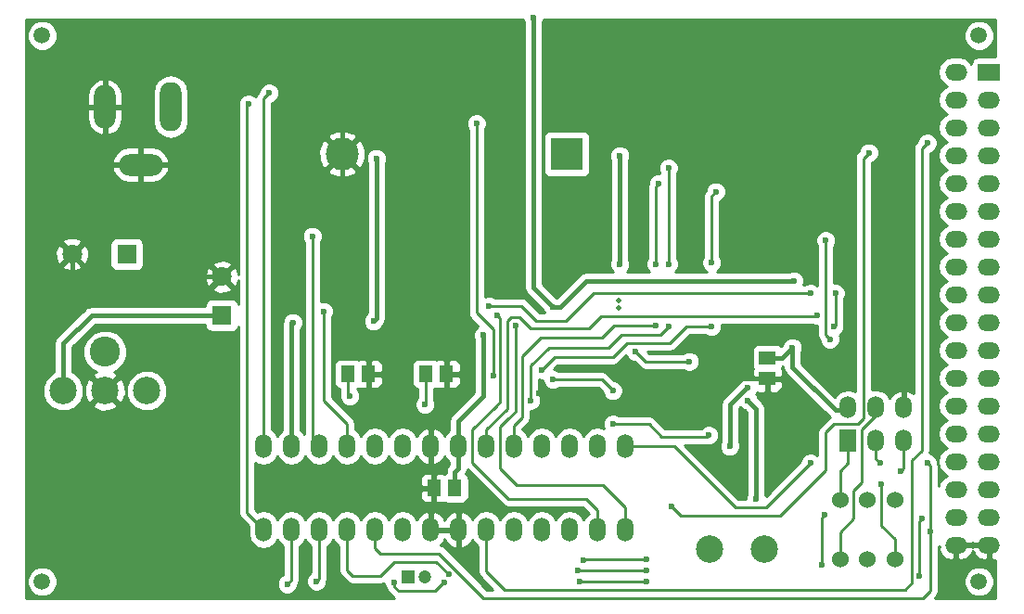
<source format=gbr>
G04 #@! TF.FileFunction,Copper,L2,Bot,Signal*
%FSLAX46Y46*%
G04 Gerber Fmt 4.6, Leading zero omitted, Abs format (unit mm)*
G04 Created by KiCad (PCBNEW 4.0.6) date 06/21/17 15:37:43*
%MOMM*%
%LPD*%
G01*
G04 APERTURE LIST*
%ADD10C,0.100000*%
%ADD11C,1.501140*%
%ADD12C,2.999740*%
%ADD13R,2.997200X2.997200*%
%ADD14R,1.800000X1.800000*%
%ADD15C,1.800000*%
%ADD16R,1.200000X1.200000*%
%ADD17C,1.200000*%
%ADD18R,1.300480X1.498600*%
%ADD19R,1.498600X1.300480*%
%ADD20O,4.000500X1.998980*%
%ADD21O,1.998980X4.000500*%
%ADD22O,1.998980X4.500880*%
%ADD23C,2.500000*%
%ADD24R,1.524000X1.998980*%
%ADD25O,1.524000X1.998980*%
%ADD26C,2.499360*%
%ADD27C,2.748280*%
%ADD28O,1.501140X2.199640*%
%ADD29C,1.524000*%
%ADD30O,0.500000X0.500000*%
%ADD31R,1.998980X1.524000*%
%ADD32O,1.998980X1.524000*%
%ADD33C,0.600000*%
%ADD34C,0.400000*%
%ADD35C,0.250000*%
%ADD36C,0.254000*%
G04 APERTURE END LIST*
D10*
D11*
X22200000Y-72050000D03*
D12*
X49580800Y-33020000D03*
D13*
X70078600Y-33020000D03*
D14*
X29932000Y-42164000D03*
D15*
X24932000Y-42164000D03*
D16*
X55638000Y-71628000D03*
D17*
X57138000Y-71628000D03*
D18*
X59880500Y-63500000D03*
X57975500Y-63500000D03*
X57213500Y-53086000D03*
X59118500Y-53086000D03*
D14*
X38608000Y-47724000D03*
D15*
X38608000Y-44224000D03*
D18*
X50101500Y-53086000D03*
X52006500Y-53086000D03*
D19*
X88392000Y-51625500D03*
X88392000Y-53530500D03*
D20*
X31186120Y-34002980D03*
D21*
X27934920Y-28702000D03*
D22*
X33936940Y-28702000D03*
D23*
X83098000Y-69088000D03*
X88098000Y-69088000D03*
D24*
X95758000Y-59176920D03*
D25*
X95758000Y-56139080D03*
X98298000Y-59176920D03*
X98298000Y-56139080D03*
X100838000Y-59176920D03*
X100838000Y-56139080D03*
D26*
X31750000Y-54610000D03*
X27940000Y-54610000D03*
X24130000Y-54610000D03*
D27*
X27940000Y-51061620D03*
D28*
X75438000Y-59690000D03*
X72898000Y-59690000D03*
X70358000Y-59690000D03*
X67818000Y-59690000D03*
X65278000Y-59690000D03*
X62738000Y-59690000D03*
X60198000Y-59690000D03*
X57658000Y-59690000D03*
X55118000Y-59690000D03*
X52578000Y-59690000D03*
X50038000Y-59690000D03*
X47498000Y-59690000D03*
X44958000Y-59690000D03*
X42418000Y-59690000D03*
X42418000Y-67310000D03*
X44958000Y-67310000D03*
X47498000Y-67310000D03*
X50038000Y-67310000D03*
X52578000Y-67310000D03*
X55118000Y-67310000D03*
X57658000Y-67310000D03*
X60198000Y-67310000D03*
X62738000Y-67310000D03*
X65278000Y-67310000D03*
X67818000Y-67310000D03*
X70358000Y-67310000D03*
X72898000Y-67310000D03*
X75438000Y-67310000D03*
D29*
X95036000Y-64610000D03*
X97536000Y-64610000D03*
X100036000Y-64610000D03*
X95036000Y-70010000D03*
X97536000Y-70010000D03*
X100036000Y-70010000D03*
D30*
X74808000Y-47086000D03*
X74808000Y-46386000D03*
D11*
X22200000Y-22200000D03*
X107720000Y-22200000D03*
X107720000Y-72050000D03*
D31*
X108648920Y-25535000D03*
D32*
X105611080Y-25535000D03*
X108648920Y-28075000D03*
X105611080Y-28075000D03*
X108648920Y-30615000D03*
X105611080Y-30615000D03*
X108648920Y-33155000D03*
X105611080Y-33155000D03*
X108648920Y-35695000D03*
X105611080Y-35695000D03*
X108648920Y-38235000D03*
X105611080Y-38235000D03*
X108648920Y-40775000D03*
X105611080Y-40775000D03*
X108648920Y-43315000D03*
X105611080Y-43315000D03*
X108648920Y-45855000D03*
X105611080Y-45855000D03*
X108648920Y-48395000D03*
X105611080Y-48395000D03*
X108648920Y-50935000D03*
X105611080Y-50935000D03*
X108648920Y-53475000D03*
X105611080Y-53475000D03*
X108648920Y-56015000D03*
X105611080Y-56015000D03*
X108648920Y-58555000D03*
X105611080Y-58555000D03*
X108648920Y-61095000D03*
X105611080Y-61095000D03*
X108648920Y-63635000D03*
X105611080Y-63635000D03*
X108648920Y-66175000D03*
X105611080Y-66175000D03*
X108648920Y-68715000D03*
X105611080Y-68715000D03*
D33*
X90932000Y-59944000D03*
X67564000Y-54864000D03*
X88519000Y-55626000D03*
X61341000Y-50927000D03*
X79375000Y-54102000D03*
X49657000Y-41402000D03*
X49657000Y-21844000D03*
X55626000Y-41402000D03*
X74930000Y-43053000D03*
X74930000Y-33147000D03*
X45085000Y-48387000D03*
X52451000Y-48260000D03*
X52705000Y-33401000D03*
X90805000Y-44577000D03*
X90678000Y-50673000D03*
X67056000Y-20574000D03*
X68834000Y-46990000D03*
X62484000Y-49530000D03*
X57150000Y-55880000D03*
X50292000Y-55118000D03*
X74295000Y-57658000D03*
X83058000Y-58674000D03*
X86614000Y-54356000D03*
X84963000Y-59690000D03*
X86614000Y-55499000D03*
X87376000Y-64516000D03*
X98679000Y-61214000D03*
X102997000Y-61214000D03*
X103251000Y-67437000D03*
X100584000Y-61976000D03*
X92329000Y-61214000D03*
X42926000Y-27432000D03*
X41021000Y-28448000D03*
X102997000Y-32004000D03*
X61849000Y-30226000D03*
X63373000Y-53213000D03*
X79375000Y-43053000D03*
X79375000Y-34290000D03*
X79375000Y-48768000D03*
X66802000Y-55499000D03*
X97663000Y-32893000D03*
X79629000Y-65151000D03*
X83312000Y-42926000D03*
X83693000Y-36449000D03*
X83312000Y-48768000D03*
X67818000Y-52705000D03*
X78232000Y-43053000D03*
X78486000Y-35687000D03*
X78232000Y-48641000D03*
X92964000Y-47752000D03*
X94488000Y-48768000D03*
X94615000Y-45720000D03*
X92329000Y-45720000D03*
X62992000Y-46863000D03*
X47879000Y-47371000D03*
X46863000Y-40513000D03*
X93726000Y-40894000D03*
X94107000Y-49911000D03*
X98806000Y-63119000D03*
X102489000Y-66294000D03*
X102235000Y-71501000D03*
X77343000Y-72009000D03*
X71247000Y-72009000D03*
X44577000Y-72263000D03*
X68834000Y-53594000D03*
X74295000Y-54610000D03*
X76390500Y-51054000D03*
X81280000Y-51943000D03*
X77343000Y-70993000D03*
X71120000Y-70993000D03*
X58928000Y-72136000D03*
X54356000Y-72136000D03*
X47244000Y-72009000D03*
X59309000Y-71374000D03*
X71628000Y-70104000D03*
X77343000Y-69977000D03*
X93599000Y-65913000D03*
X93345000Y-70485000D03*
X63754000Y-47752000D03*
X65405000Y-48641000D03*
D34*
X88519000Y-57531000D02*
X88519000Y-55626000D01*
X90932000Y-59944000D02*
X88519000Y-57531000D01*
X68580000Y-55880000D02*
X67564000Y-54864000D01*
X88392000Y-53530500D02*
X88392000Y-55499000D01*
X88392000Y-55499000D02*
X88519000Y-55626000D01*
X79375000Y-54102000D02*
X77597000Y-55880000D01*
X60325000Y-53086000D02*
X59118500Y-53086000D01*
X61341000Y-50927000D02*
X61341000Y-52070000D01*
X61341000Y-52070000D02*
X60325000Y-53086000D01*
X77597000Y-55880000D02*
X68580000Y-55880000D01*
X88392000Y-53530500D02*
X79946500Y-53530500D01*
X79946500Y-53530500D02*
X79375000Y-54102000D01*
X49580800Y-33020000D02*
X49580800Y-41325800D01*
X49580800Y-41325800D02*
X49657000Y-41402000D01*
X49580800Y-21920200D02*
X49580800Y-33020000D01*
X49657000Y-21844000D02*
X49580800Y-21920200D01*
X55626000Y-50546000D02*
X55626000Y-41402000D01*
X52006500Y-53086000D02*
X52006500Y-51371500D01*
X59118500Y-51244500D02*
X59118500Y-53086000D01*
X55626000Y-50546000D02*
X58420000Y-50546000D01*
X58420000Y-50546000D02*
X59118500Y-51244500D01*
X52832000Y-50546000D02*
X55626000Y-50546000D01*
X52006500Y-51371500D02*
X52832000Y-50546000D01*
X57658000Y-59690000D02*
X57658000Y-56896000D01*
X57658000Y-56896000D02*
X59118500Y-55435500D01*
X59118500Y-55435500D02*
X59118500Y-53086000D01*
X57658000Y-59690000D02*
X57658000Y-61214000D01*
X57975500Y-61531500D02*
X57975500Y-63500000D01*
X57658000Y-61214000D02*
X57975500Y-61531500D01*
X57658000Y-67310000D02*
X57658000Y-65532000D01*
X57975500Y-65214500D02*
X57975500Y-63500000D01*
X57658000Y-65532000D02*
X57975500Y-65214500D01*
X24932000Y-42164000D02*
X24932000Y-43982000D01*
X24932000Y-43982000D02*
X26416000Y-45466000D01*
X26416000Y-45466000D02*
X34290000Y-45466000D01*
X34290000Y-45466000D02*
X35532000Y-44224000D01*
X35532000Y-44224000D02*
X38608000Y-44224000D01*
X74930000Y-33147000D02*
X74930000Y-43053000D01*
X52705000Y-48006000D02*
X52451000Y-48260000D01*
X52705000Y-33401000D02*
X52705000Y-48006000D01*
X45085000Y-48387000D02*
X44958000Y-48387000D01*
X44958000Y-48387000D02*
X45085000Y-48387000D01*
X45085000Y-48387000D02*
X44958000Y-48387000D01*
X44958000Y-59690000D02*
X44958000Y-48387000D01*
X69469000Y-46990000D02*
X71882000Y-44577000D01*
X71882000Y-44577000D02*
X90805000Y-44577000D01*
X68834000Y-46990000D02*
X69469000Y-46990000D01*
X95758000Y-56388000D02*
X94615000Y-56388000D01*
X90678000Y-52451000D02*
X90678000Y-50673000D01*
X94615000Y-56388000D02*
X90678000Y-52451000D01*
X88392000Y-51625500D02*
X89725500Y-51625500D01*
X89725500Y-51625500D02*
X90678000Y-50673000D01*
X67056000Y-45212000D02*
X68834000Y-46990000D01*
X67056000Y-20574000D02*
X67056000Y-45212000D01*
X60198000Y-59690000D02*
X60198000Y-57404000D01*
X62484000Y-55118000D02*
X62484000Y-49530000D01*
X60198000Y-57404000D02*
X62484000Y-55118000D01*
X59880500Y-63500000D02*
X59880500Y-62039500D01*
X60198000Y-61722000D02*
X60198000Y-59690000D01*
X59880500Y-62039500D02*
X60198000Y-61722000D01*
X24130000Y-54610000D02*
X24130000Y-50292000D01*
X26698000Y-47724000D02*
X38608000Y-47724000D01*
X24130000Y-50292000D02*
X26698000Y-47724000D01*
D35*
X57213500Y-53086000D02*
X57213500Y-55816500D01*
X57213500Y-55816500D02*
X57150000Y-55880000D01*
X50101500Y-53086000D02*
X50101500Y-54927500D01*
X50101500Y-54927500D02*
X50292000Y-55118000D01*
X77597000Y-57658000D02*
X74295000Y-57658000D01*
X78740000Y-58801000D02*
X77597000Y-57658000D01*
X82931000Y-58801000D02*
X78740000Y-58801000D01*
X83058000Y-58674000D02*
X82931000Y-58801000D01*
D34*
X86487000Y-54356000D02*
X86614000Y-54356000D01*
X84963000Y-55880000D02*
X86487000Y-54356000D01*
X84963000Y-59690000D02*
X84963000Y-55880000D01*
X87376000Y-56261000D02*
X87376000Y-64516000D01*
X86614000Y-55499000D02*
X87376000Y-56261000D01*
D35*
X95758000Y-58928000D02*
X95758000Y-61214000D01*
X95036000Y-61936000D02*
X95036000Y-64610000D01*
X95758000Y-61214000D02*
X95036000Y-61936000D01*
X103251000Y-67437000D02*
X103251000Y-61468000D01*
X98298000Y-60833000D02*
X98298000Y-58928000D01*
X98679000Y-61214000D02*
X98298000Y-60833000D01*
X103251000Y-61468000D02*
X102997000Y-61214000D01*
X52578000Y-67310000D02*
X52578000Y-68961000D01*
X103251000Y-72898000D02*
X103251000Y-67437000D01*
X102616000Y-73533000D02*
X103251000Y-72898000D01*
X62484000Y-73533000D02*
X102616000Y-73533000D01*
X58420000Y-69469000D02*
X62484000Y-73533000D01*
X53086000Y-69469000D02*
X58420000Y-69469000D01*
X52578000Y-68961000D02*
X53086000Y-69469000D01*
X98298000Y-56388000D02*
X98298000Y-56896000D01*
X98298000Y-56896000D02*
X97028000Y-58166000D01*
X97028000Y-58166000D02*
X97028000Y-62992000D01*
X97028000Y-62992000D02*
X96266000Y-63754000D01*
X96266000Y-63754000D02*
X96266000Y-66294000D01*
X96266000Y-66294000D02*
X95036000Y-67524000D01*
X95036000Y-67524000D02*
X95036000Y-70010000D01*
X75438000Y-59690000D02*
X79883000Y-59690000D01*
X100838000Y-61722000D02*
X100838000Y-58928000D01*
X100584000Y-61976000D02*
X100838000Y-61722000D01*
X88265000Y-65278000D02*
X92329000Y-61214000D01*
X85471000Y-65278000D02*
X88265000Y-65278000D01*
X79883000Y-59690000D02*
X85471000Y-65278000D01*
X42418000Y-59690000D02*
X42418000Y-27940000D01*
X42418000Y-27940000D02*
X42926000Y-27432000D01*
X40894000Y-28575000D02*
X40894000Y-28702000D01*
X41021000Y-28448000D02*
X40894000Y-28575000D01*
X42418000Y-67310000D02*
X40894000Y-65786000D01*
X40894000Y-65786000D02*
X40894000Y-28702000D01*
X62738000Y-67310000D02*
X62738000Y-71120000D01*
X102489000Y-32512000D02*
X102997000Y-32004000D01*
X102489000Y-60071000D02*
X102489000Y-32512000D01*
X101600000Y-60960000D02*
X102489000Y-60071000D01*
X101600000Y-72136000D02*
X101600000Y-60960000D01*
X100965000Y-72771000D02*
X101600000Y-72136000D01*
X64389000Y-72771000D02*
X100965000Y-72771000D01*
X62738000Y-71120000D02*
X64389000Y-72771000D01*
X61849000Y-47498000D02*
X61849000Y-30226000D01*
X63373000Y-49022000D02*
X61849000Y-47498000D01*
X63373000Y-53213000D02*
X63373000Y-49022000D01*
X79375000Y-43053000D02*
X79375000Y-34290000D01*
X78613000Y-49530000D02*
X79375000Y-48768000D01*
X75057000Y-49530000D02*
X78613000Y-49530000D01*
X73914000Y-50673000D02*
X75057000Y-49530000D01*
X68453000Y-50673000D02*
X73914000Y-50673000D01*
X66802000Y-52324000D02*
X68453000Y-50673000D01*
X66802000Y-55499000D02*
X66802000Y-52324000D01*
X97155000Y-33401000D02*
X97663000Y-32893000D01*
X97155000Y-57150000D02*
X97155000Y-33401000D01*
X96647000Y-57658000D02*
X97155000Y-57150000D01*
X94488000Y-57658000D02*
X96647000Y-57658000D01*
X93726000Y-58420000D02*
X94488000Y-57658000D01*
X93726000Y-61849000D02*
X93726000Y-58420000D01*
X89535000Y-66040000D02*
X93726000Y-61849000D01*
X80518000Y-66040000D02*
X89535000Y-66040000D01*
X79629000Y-65151000D02*
X80518000Y-66040000D01*
X83312000Y-36830000D02*
X83693000Y-36449000D01*
X83312000Y-42926000D02*
X83312000Y-36830000D01*
X81026000Y-48768000D02*
X83312000Y-48768000D01*
X79502000Y-50292000D02*
X81026000Y-48768000D01*
X75565000Y-50292000D02*
X79502000Y-50292000D01*
X74295000Y-51562000D02*
X75565000Y-50292000D01*
X68961000Y-51562000D02*
X74295000Y-51562000D01*
X67818000Y-52705000D02*
X68961000Y-51562000D01*
X65278000Y-59690000D02*
X65278000Y-57785000D01*
X78232000Y-35941000D02*
X78486000Y-35687000D01*
X78232000Y-43053000D02*
X78232000Y-35941000D01*
X74422000Y-48641000D02*
X78232000Y-48641000D01*
X73279000Y-49784000D02*
X74422000Y-48641000D01*
X67691000Y-49784000D02*
X73279000Y-49784000D01*
X66040000Y-51435000D02*
X67691000Y-49784000D01*
X66040000Y-57023000D02*
X66040000Y-51435000D01*
X65278000Y-57785000D02*
X66040000Y-57023000D01*
X73215500Y-47815500D02*
X92900500Y-47815500D01*
X72136000Y-48895000D02*
X73215500Y-47815500D01*
X64643000Y-48260000D02*
X65024000Y-47879000D01*
X62738000Y-58166000D02*
X64643000Y-56261000D01*
X64643000Y-56261000D02*
X64643000Y-48260000D01*
X62738000Y-59690000D02*
X62738000Y-58166000D01*
X65786000Y-47879000D02*
X66802000Y-48895000D01*
X65024000Y-47879000D02*
X65786000Y-47879000D01*
X66802000Y-48895000D02*
X72136000Y-48895000D01*
X92900500Y-47815500D02*
X92964000Y-47752000D01*
X50038000Y-59690000D02*
X50038000Y-57658000D01*
X94615000Y-48641000D02*
X94488000Y-48768000D01*
X94615000Y-45720000D02*
X94615000Y-48641000D01*
X72517000Y-45720000D02*
X92329000Y-45720000D01*
X69977000Y-48260000D02*
X72517000Y-45720000D01*
X67310000Y-48260000D02*
X69977000Y-48260000D01*
X65913000Y-46863000D02*
X67310000Y-48260000D01*
X62992000Y-46863000D02*
X65913000Y-46863000D01*
X47879000Y-55499000D02*
X47879000Y-47371000D01*
X50038000Y-57658000D02*
X47879000Y-55499000D01*
X47498000Y-59690000D02*
X46863000Y-59055000D01*
X46863000Y-59055000D02*
X46863000Y-40513000D01*
X93726000Y-40894000D02*
X93726000Y-49530000D01*
X93726000Y-49530000D02*
X94107000Y-49911000D01*
X100036000Y-70010000D02*
X100036000Y-68159000D01*
X98806000Y-66929000D02*
X98806000Y-63119000D01*
X100036000Y-68159000D02*
X98806000Y-66929000D01*
X44958000Y-67310000D02*
X44958000Y-71882000D01*
X102235000Y-66548000D02*
X102489000Y-66294000D01*
X102235000Y-71501000D02*
X102235000Y-66548000D01*
X71247000Y-72009000D02*
X77343000Y-72009000D01*
X44958000Y-71882000D02*
X44577000Y-72263000D01*
X73279000Y-53594000D02*
X68834000Y-53594000D01*
X74295000Y-54610000D02*
X73279000Y-53594000D01*
X77279500Y-51943000D02*
X81280000Y-51943000D01*
X77279500Y-51943000D02*
X76390500Y-51054000D01*
X47498000Y-67310000D02*
X47498000Y-71755000D01*
X71120000Y-70993000D02*
X77343000Y-70993000D01*
X58801000Y-72136000D02*
X58928000Y-72136000D01*
X58039000Y-72898000D02*
X58801000Y-72136000D01*
X54737000Y-72898000D02*
X58039000Y-72898000D01*
X54356000Y-72517000D02*
X54737000Y-72898000D01*
X54356000Y-72136000D02*
X54356000Y-72517000D01*
X47498000Y-71755000D02*
X47244000Y-72009000D01*
X50038000Y-70993000D02*
X50546000Y-71501000D01*
X50546000Y-71501000D02*
X53086000Y-71501000D01*
X53086000Y-71501000D02*
X54356000Y-70231000D01*
X54356000Y-70231000D02*
X58166000Y-70231000D01*
X58166000Y-70231000D02*
X59309000Y-71374000D01*
X71628000Y-70104000D02*
X71755000Y-69977000D01*
X71755000Y-69977000D02*
X77343000Y-69977000D01*
X50038000Y-67310000D02*
X50038000Y-70993000D01*
X93345000Y-66167000D02*
X93599000Y-65913000D01*
X93345000Y-70485000D02*
X93345000Y-66167000D01*
X63754000Y-47752000D02*
X64008000Y-48006000D01*
X64008000Y-55626000D02*
X63627000Y-56007000D01*
X64008000Y-48006000D02*
X64008000Y-55626000D01*
X72898000Y-65532000D02*
X72898000Y-67310000D01*
X71882000Y-64516000D02*
X72898000Y-65532000D01*
X64770000Y-64516000D02*
X71882000Y-64516000D01*
X61468000Y-61214000D02*
X64770000Y-64516000D01*
X61468000Y-58166000D02*
X61468000Y-61214000D01*
X63627000Y-56007000D02*
X61468000Y-58166000D01*
X65405000Y-48641000D02*
X65405000Y-56515000D01*
X73406000Y-63246000D02*
X75438000Y-65278000D01*
X65532000Y-63246000D02*
X73406000Y-63246000D01*
X64008000Y-61722000D02*
X65532000Y-63246000D01*
X64008000Y-57912000D02*
X64008000Y-61722000D01*
X64770000Y-57150000D02*
X64008000Y-57912000D01*
X75438000Y-65278000D02*
X75438000Y-67310000D01*
X65405000Y-56515000D02*
X64770000Y-57150000D01*
X65405000Y-48641000D02*
X65405000Y-48641000D01*
D36*
G36*
X107179710Y-68588000D02*
X108521920Y-68588000D01*
X108521920Y-68568000D01*
X108775920Y-68568000D01*
X108775920Y-68588000D01*
X108795920Y-68588000D01*
X108795920Y-68842000D01*
X108775920Y-68842000D01*
X108775920Y-69958254D01*
X108996602Y-70117027D01*
X109210000Y-70056867D01*
X109210000Y-73540000D01*
X103683802Y-73540000D01*
X103788401Y-73435401D01*
X103953148Y-73188839D01*
X104011000Y-72898000D01*
X104011000Y-72324398D01*
X106334190Y-72324398D01*
X106544686Y-72833837D01*
X106934113Y-73223944D01*
X107443184Y-73435329D01*
X107994398Y-73435810D01*
X108503837Y-73225314D01*
X108893944Y-72835887D01*
X109105329Y-72326816D01*
X109105810Y-71775602D01*
X108895314Y-71266163D01*
X108505887Y-70876056D01*
X107996816Y-70664671D01*
X107445602Y-70664190D01*
X106936163Y-70874686D01*
X106546056Y-71264113D01*
X106334671Y-71773184D01*
X106334190Y-72324398D01*
X104011000Y-72324398D01*
X104011000Y-68842002D01*
X104141869Y-68842002D01*
X104019370Y-69058070D01*
X104036118Y-69149728D01*
X104304290Y-69628465D01*
X104735253Y-69968135D01*
X105263398Y-70117027D01*
X105484080Y-69958254D01*
X105484080Y-68842000D01*
X105738080Y-68842000D01*
X105738080Y-69958254D01*
X105958762Y-70117027D01*
X106486907Y-69968135D01*
X106917870Y-69628465D01*
X107130000Y-69249773D01*
X107342130Y-69628465D01*
X107773093Y-69968135D01*
X108301238Y-70117027D01*
X108521920Y-69958254D01*
X108521920Y-68842000D01*
X107179710Y-68842000D01*
X107130000Y-68929680D01*
X107080290Y-68842000D01*
X105738080Y-68842000D01*
X105484080Y-68842000D01*
X105464080Y-68842000D01*
X105464080Y-68588000D01*
X105484080Y-68588000D01*
X105484080Y-68568000D01*
X105738080Y-68568000D01*
X105738080Y-68588000D01*
X107080290Y-68588000D01*
X107130000Y-68500320D01*
X107179710Y-68588000D01*
X107179710Y-68588000D01*
G37*
X107179710Y-68588000D02*
X108521920Y-68588000D01*
X108521920Y-68568000D01*
X108775920Y-68568000D01*
X108775920Y-68588000D01*
X108795920Y-68588000D01*
X108795920Y-68842000D01*
X108775920Y-68842000D01*
X108775920Y-69958254D01*
X108996602Y-70117027D01*
X109210000Y-70056867D01*
X109210000Y-73540000D01*
X103683802Y-73540000D01*
X103788401Y-73435401D01*
X103953148Y-73188839D01*
X104011000Y-72898000D01*
X104011000Y-72324398D01*
X106334190Y-72324398D01*
X106544686Y-72833837D01*
X106934113Y-73223944D01*
X107443184Y-73435329D01*
X107994398Y-73435810D01*
X108503837Y-73225314D01*
X108893944Y-72835887D01*
X109105329Y-72326816D01*
X109105810Y-71775602D01*
X108895314Y-71266163D01*
X108505887Y-70876056D01*
X107996816Y-70664671D01*
X107445602Y-70664190D01*
X106936163Y-70874686D01*
X106546056Y-71264113D01*
X106334671Y-71773184D01*
X106334190Y-72324398D01*
X104011000Y-72324398D01*
X104011000Y-68842002D01*
X104141869Y-68842002D01*
X104019370Y-69058070D01*
X104036118Y-69149728D01*
X104304290Y-69628465D01*
X104735253Y-69968135D01*
X105263398Y-70117027D01*
X105484080Y-69958254D01*
X105484080Y-68842000D01*
X105738080Y-68842000D01*
X105738080Y-69958254D01*
X105958762Y-70117027D01*
X106486907Y-69968135D01*
X106917870Y-69628465D01*
X107130000Y-69249773D01*
X107342130Y-69628465D01*
X107773093Y-69968135D01*
X108301238Y-70117027D01*
X108521920Y-69958254D01*
X108521920Y-68842000D01*
X107179710Y-68842000D01*
X107130000Y-68929680D01*
X107080290Y-68842000D01*
X105738080Y-68842000D01*
X105484080Y-68842000D01*
X105464080Y-68842000D01*
X105464080Y-68588000D01*
X105484080Y-68588000D01*
X105484080Y-68568000D01*
X105738080Y-68568000D01*
X105738080Y-68588000D01*
X107080290Y-68588000D01*
X107130000Y-68500320D01*
X107179710Y-68588000D01*
G36*
X66120838Y-20759167D02*
X66221000Y-21001578D01*
X66221000Y-45212000D01*
X66284561Y-45531541D01*
X66425768Y-45742872D01*
X66465566Y-45802434D01*
X67941465Y-47278333D01*
X68033056Y-47500000D01*
X67624802Y-47500000D01*
X66450401Y-46325599D01*
X66203839Y-46160852D01*
X65913000Y-46103000D01*
X63554463Y-46103000D01*
X63522327Y-46070808D01*
X63178799Y-45928162D01*
X62806833Y-45927838D01*
X62609000Y-46009581D01*
X62609000Y-30788463D01*
X62641192Y-30756327D01*
X62783838Y-30412799D01*
X62784162Y-30040833D01*
X62642117Y-29697057D01*
X62379327Y-29433808D01*
X62035799Y-29291162D01*
X61663833Y-29290838D01*
X61320057Y-29432883D01*
X61056808Y-29695673D01*
X60914162Y-30039201D01*
X60913838Y-30411167D01*
X61055883Y-30754943D01*
X61089000Y-30788118D01*
X61089000Y-47498000D01*
X61146852Y-47788839D01*
X61311599Y-48035401D01*
X61996116Y-48719918D01*
X61955057Y-48736883D01*
X61691808Y-48999673D01*
X61549162Y-49343201D01*
X61548838Y-49715167D01*
X61649000Y-49957578D01*
X61649000Y-54772132D01*
X59607566Y-56813566D01*
X59426561Y-57084459D01*
X59363000Y-57404000D01*
X59363000Y-58230301D01*
X59218254Y-58327017D01*
X58917900Y-58776528D01*
X58916399Y-58784072D01*
X58889499Y-58693183D01*
X58547944Y-58271202D01*
X58070903Y-58012050D01*
X57999275Y-57997867D01*
X57785000Y-58120521D01*
X57785000Y-59563000D01*
X57805000Y-59563000D01*
X57805000Y-59817000D01*
X57785000Y-59817000D01*
X57785000Y-61259479D01*
X57999275Y-61382133D01*
X58070903Y-61367950D01*
X58547944Y-61108798D01*
X58889499Y-60686817D01*
X58916399Y-60595928D01*
X58917900Y-60603472D01*
X59218254Y-61052983D01*
X59363000Y-61149699D01*
X59363000Y-61376132D01*
X59290066Y-61449066D01*
X59109061Y-61719959D01*
X59045500Y-62039500D01*
X59045500Y-62138025D01*
X58994943Y-62147538D01*
X58929922Y-62189378D01*
X58752049Y-62115700D01*
X58261250Y-62115700D01*
X58102500Y-62274450D01*
X58102500Y-63373000D01*
X58122500Y-63373000D01*
X58122500Y-63627000D01*
X58102500Y-63627000D01*
X58102500Y-64725550D01*
X58261250Y-64884300D01*
X58752049Y-64884300D01*
X58928095Y-64811379D01*
X58978370Y-64845731D01*
X59230260Y-64896740D01*
X60530740Y-64896740D01*
X60766057Y-64852462D01*
X60982181Y-64713390D01*
X61127171Y-64501190D01*
X61178180Y-64249300D01*
X61178180Y-62750700D01*
X61133902Y-62515383D01*
X60994830Y-62299259D01*
X60859172Y-62206568D01*
X60969439Y-62041541D01*
X61011133Y-61831935D01*
X64232599Y-65053401D01*
X64479160Y-65218148D01*
X64770000Y-65276000D01*
X71567198Y-65276000D01*
X72110057Y-65818859D01*
X71918254Y-65947017D01*
X71628000Y-66381412D01*
X71337746Y-65947017D01*
X70888235Y-65646663D01*
X70358000Y-65541193D01*
X69827765Y-65646663D01*
X69378254Y-65947017D01*
X69088000Y-66381412D01*
X68797746Y-65947017D01*
X68348235Y-65646663D01*
X67818000Y-65541193D01*
X67287765Y-65646663D01*
X66838254Y-65947017D01*
X66548000Y-66381412D01*
X66257746Y-65947017D01*
X65808235Y-65646663D01*
X65278000Y-65541193D01*
X64747765Y-65646663D01*
X64298254Y-65947017D01*
X64008000Y-66381412D01*
X63717746Y-65947017D01*
X63268235Y-65646663D01*
X62738000Y-65541193D01*
X62207765Y-65646663D01*
X61758254Y-65947017D01*
X61457900Y-66396528D01*
X61456399Y-66404072D01*
X61429499Y-66313183D01*
X61087944Y-65891202D01*
X60610903Y-65632050D01*
X60539275Y-65617867D01*
X60325000Y-65740521D01*
X60325000Y-67183000D01*
X60345000Y-67183000D01*
X60345000Y-67437000D01*
X60325000Y-67437000D01*
X60325000Y-68879479D01*
X60539275Y-69002133D01*
X60610903Y-68987950D01*
X61087944Y-68728798D01*
X61429499Y-68306817D01*
X61456399Y-68215928D01*
X61457900Y-68223472D01*
X61758254Y-68672983D01*
X61978000Y-68819813D01*
X61978000Y-71120000D01*
X62035852Y-71410839D01*
X62200599Y-71657401D01*
X63316198Y-72773000D01*
X62798802Y-72773000D01*
X58957401Y-68931599D01*
X58710839Y-68766852D01*
X58540329Y-68732935D01*
X58547944Y-68728798D01*
X58889499Y-68306817D01*
X58928000Y-68176732D01*
X58966501Y-68306817D01*
X59308056Y-68728798D01*
X59785097Y-68987950D01*
X59856725Y-69002133D01*
X60071000Y-68879479D01*
X60071000Y-67437000D01*
X57785000Y-67437000D01*
X57785000Y-67457000D01*
X57531000Y-67457000D01*
X57531000Y-67437000D01*
X57511000Y-67437000D01*
X57511000Y-67183000D01*
X57531000Y-67183000D01*
X57531000Y-65740521D01*
X57785000Y-65740521D01*
X57785000Y-67183000D01*
X60071000Y-67183000D01*
X60071000Y-65740521D01*
X59856725Y-65617867D01*
X59785097Y-65632050D01*
X59308056Y-65891202D01*
X58966501Y-66313183D01*
X58928000Y-66443268D01*
X58889499Y-66313183D01*
X58547944Y-65891202D01*
X58070903Y-65632050D01*
X57999275Y-65617867D01*
X57785000Y-65740521D01*
X57531000Y-65740521D01*
X57316725Y-65617867D01*
X57245097Y-65632050D01*
X56768056Y-65891202D01*
X56426501Y-66313183D01*
X56399601Y-66404072D01*
X56398100Y-66396528D01*
X56097746Y-65947017D01*
X55648235Y-65646663D01*
X55118000Y-65541193D01*
X54587765Y-65646663D01*
X54138254Y-65947017D01*
X53848000Y-66381412D01*
X53557746Y-65947017D01*
X53108235Y-65646663D01*
X52578000Y-65541193D01*
X52047765Y-65646663D01*
X51598254Y-65947017D01*
X51308000Y-66381412D01*
X51017746Y-65947017D01*
X50568235Y-65646663D01*
X50038000Y-65541193D01*
X49507765Y-65646663D01*
X49058254Y-65947017D01*
X48768000Y-66381412D01*
X48477746Y-65947017D01*
X48028235Y-65646663D01*
X47498000Y-65541193D01*
X46967765Y-65646663D01*
X46518254Y-65947017D01*
X46228000Y-66381412D01*
X45937746Y-65947017D01*
X45488235Y-65646663D01*
X44958000Y-65541193D01*
X44427765Y-65646663D01*
X43978254Y-65947017D01*
X43688000Y-66381412D01*
X43397746Y-65947017D01*
X42948235Y-65646663D01*
X42418000Y-65541193D01*
X41887765Y-65646663D01*
X41852817Y-65670015D01*
X41654000Y-65471198D01*
X41654000Y-63785750D01*
X56690260Y-63785750D01*
X56690260Y-64375610D01*
X56786933Y-64608999D01*
X56965562Y-64787627D01*
X57198951Y-64884300D01*
X57689750Y-64884300D01*
X57848500Y-64725550D01*
X57848500Y-63627000D01*
X56849010Y-63627000D01*
X56690260Y-63785750D01*
X41654000Y-63785750D01*
X41654000Y-62624390D01*
X56690260Y-62624390D01*
X56690260Y-63214250D01*
X56849010Y-63373000D01*
X57848500Y-63373000D01*
X57848500Y-62274450D01*
X57689750Y-62115700D01*
X57198951Y-62115700D01*
X56965562Y-62212373D01*
X56786933Y-62391001D01*
X56690260Y-62624390D01*
X41654000Y-62624390D01*
X41654000Y-61197140D01*
X41887765Y-61353337D01*
X42418000Y-61458807D01*
X42948235Y-61353337D01*
X43397746Y-61052983D01*
X43688000Y-60618588D01*
X43978254Y-61052983D01*
X44427765Y-61353337D01*
X44958000Y-61458807D01*
X45488235Y-61353337D01*
X45937746Y-61052983D01*
X46228000Y-60618588D01*
X46518254Y-61052983D01*
X46967765Y-61353337D01*
X47498000Y-61458807D01*
X48028235Y-61353337D01*
X48477746Y-61052983D01*
X48768000Y-60618588D01*
X49058254Y-61052983D01*
X49507765Y-61353337D01*
X50038000Y-61458807D01*
X50568235Y-61353337D01*
X51017746Y-61052983D01*
X51308000Y-60618588D01*
X51598254Y-61052983D01*
X52047765Y-61353337D01*
X52578000Y-61458807D01*
X53108235Y-61353337D01*
X53557746Y-61052983D01*
X53848000Y-60618588D01*
X54138254Y-61052983D01*
X54587765Y-61353337D01*
X55118000Y-61458807D01*
X55648235Y-61353337D01*
X56097746Y-61052983D01*
X56398100Y-60603472D01*
X56399601Y-60595928D01*
X56426501Y-60686817D01*
X56768056Y-61108798D01*
X57245097Y-61367950D01*
X57316725Y-61382133D01*
X57531000Y-61259479D01*
X57531000Y-59817000D01*
X57511000Y-59817000D01*
X57511000Y-59563000D01*
X57531000Y-59563000D01*
X57531000Y-58120521D01*
X57316725Y-57997867D01*
X57245097Y-58012050D01*
X56768056Y-58271202D01*
X56426501Y-58693183D01*
X56399601Y-58784072D01*
X56398100Y-58776528D01*
X56097746Y-58327017D01*
X55648235Y-58026663D01*
X55118000Y-57921193D01*
X54587765Y-58026663D01*
X54138254Y-58327017D01*
X53848000Y-58761412D01*
X53557746Y-58327017D01*
X53108235Y-58026663D01*
X52578000Y-57921193D01*
X52047765Y-58026663D01*
X51598254Y-58327017D01*
X51308000Y-58761412D01*
X51017746Y-58327017D01*
X50798000Y-58180187D01*
X50798000Y-57658000D01*
X50740148Y-57367161D01*
X50575401Y-57120599D01*
X48639000Y-55184198D01*
X48639000Y-52336700D01*
X48803820Y-52336700D01*
X48803820Y-53835300D01*
X48848098Y-54070617D01*
X48987170Y-54286741D01*
X49199370Y-54431731D01*
X49341500Y-54460513D01*
X49341500Y-54927500D01*
X49357097Y-55005910D01*
X49356838Y-55303167D01*
X49498883Y-55646943D01*
X49761673Y-55910192D01*
X50105201Y-56052838D01*
X50477167Y-56053162D01*
X50820943Y-55911117D01*
X51084192Y-55648327D01*
X51226838Y-55304799D01*
X51227162Y-54932833D01*
X51085117Y-54589057D01*
X50943051Y-54446742D01*
X50987057Y-54438462D01*
X51052078Y-54396622D01*
X51229951Y-54470300D01*
X51720750Y-54470300D01*
X51879500Y-54311550D01*
X51879500Y-53213000D01*
X52133500Y-53213000D01*
X52133500Y-54311550D01*
X52292250Y-54470300D01*
X52783049Y-54470300D01*
X53016438Y-54373627D01*
X53195067Y-54194999D01*
X53291740Y-53961610D01*
X53291740Y-53371750D01*
X53132990Y-53213000D01*
X52133500Y-53213000D01*
X51879500Y-53213000D01*
X51859500Y-53213000D01*
X51859500Y-52959000D01*
X51879500Y-52959000D01*
X51879500Y-51860450D01*
X52133500Y-51860450D01*
X52133500Y-52959000D01*
X53132990Y-52959000D01*
X53291740Y-52800250D01*
X53291740Y-52336700D01*
X55915820Y-52336700D01*
X55915820Y-53835300D01*
X55960098Y-54070617D01*
X56099170Y-54286741D01*
X56311370Y-54431731D01*
X56453500Y-54460513D01*
X56453500Y-55254148D01*
X56357808Y-55349673D01*
X56215162Y-55693201D01*
X56214838Y-56065167D01*
X56356883Y-56408943D01*
X56619673Y-56672192D01*
X56963201Y-56814838D01*
X57335167Y-56815162D01*
X57678943Y-56673117D01*
X57942192Y-56410327D01*
X58084838Y-56066799D01*
X58085162Y-55694833D01*
X57973500Y-55424590D01*
X57973500Y-54462087D01*
X58099057Y-54438462D01*
X58164078Y-54396622D01*
X58341951Y-54470300D01*
X58832750Y-54470300D01*
X58991500Y-54311550D01*
X58991500Y-53213000D01*
X59245500Y-53213000D01*
X59245500Y-54311550D01*
X59404250Y-54470300D01*
X59895049Y-54470300D01*
X60128438Y-54373627D01*
X60307067Y-54194999D01*
X60403740Y-53961610D01*
X60403740Y-53371750D01*
X60244990Y-53213000D01*
X59245500Y-53213000D01*
X58991500Y-53213000D01*
X58971500Y-53213000D01*
X58971500Y-52959000D01*
X58991500Y-52959000D01*
X58991500Y-51860450D01*
X59245500Y-51860450D01*
X59245500Y-52959000D01*
X60244990Y-52959000D01*
X60403740Y-52800250D01*
X60403740Y-52210390D01*
X60307067Y-51977001D01*
X60128438Y-51798373D01*
X59895049Y-51701700D01*
X59404250Y-51701700D01*
X59245500Y-51860450D01*
X58991500Y-51860450D01*
X58832750Y-51701700D01*
X58341951Y-51701700D01*
X58165905Y-51774621D01*
X58115630Y-51740269D01*
X57863740Y-51689260D01*
X56563260Y-51689260D01*
X56327943Y-51733538D01*
X56111819Y-51872610D01*
X55966829Y-52084810D01*
X55915820Y-52336700D01*
X53291740Y-52336700D01*
X53291740Y-52210390D01*
X53195067Y-51977001D01*
X53016438Y-51798373D01*
X52783049Y-51701700D01*
X52292250Y-51701700D01*
X52133500Y-51860450D01*
X51879500Y-51860450D01*
X51720750Y-51701700D01*
X51229951Y-51701700D01*
X51053905Y-51774621D01*
X51003630Y-51740269D01*
X50751740Y-51689260D01*
X49451260Y-51689260D01*
X49215943Y-51733538D01*
X48999819Y-51872610D01*
X48854829Y-52084810D01*
X48803820Y-52336700D01*
X48639000Y-52336700D01*
X48639000Y-48445167D01*
X51515838Y-48445167D01*
X51657883Y-48788943D01*
X51920673Y-49052192D01*
X52264201Y-49194838D01*
X52636167Y-49195162D01*
X52979943Y-49053117D01*
X53243192Y-48790327D01*
X53370113Y-48484669D01*
X53476439Y-48325541D01*
X53540000Y-48006000D01*
X53540000Y-33828234D01*
X53639838Y-33587799D01*
X53640162Y-33215833D01*
X53498117Y-32872057D01*
X53235327Y-32608808D01*
X52891799Y-32466162D01*
X52519833Y-32465838D01*
X52176057Y-32607883D01*
X51912808Y-32870673D01*
X51770162Y-33214201D01*
X51769838Y-33586167D01*
X51870000Y-33828578D01*
X51870000Y-47518849D01*
X51658808Y-47729673D01*
X51516162Y-48073201D01*
X51515838Y-48445167D01*
X48639000Y-48445167D01*
X48639000Y-47933463D01*
X48671192Y-47901327D01*
X48813838Y-47557799D01*
X48814162Y-47185833D01*
X48672117Y-46842057D01*
X48409327Y-46578808D01*
X48065799Y-46436162D01*
X47693833Y-46435838D01*
X47623000Y-46465106D01*
X47623000Y-41075463D01*
X47655192Y-41043327D01*
X47797838Y-40699799D01*
X47798162Y-40327833D01*
X47656117Y-39984057D01*
X47393327Y-39720808D01*
X47049799Y-39578162D01*
X46677833Y-39577838D01*
X46334057Y-39719883D01*
X46070808Y-39982673D01*
X45928162Y-40326201D01*
X45927838Y-40698167D01*
X46069883Y-41041943D01*
X46103000Y-41075118D01*
X46103000Y-58574337D01*
X45937746Y-58327017D01*
X45793000Y-58230301D01*
X45793000Y-49001372D01*
X45877192Y-48917327D01*
X46019838Y-48573799D01*
X46020162Y-48201833D01*
X45878117Y-47858057D01*
X45615327Y-47594808D01*
X45271799Y-47452162D01*
X44899833Y-47451838D01*
X44556057Y-47593883D01*
X44292808Y-47856673D01*
X44236014Y-47993447D01*
X44186561Y-48067459D01*
X44169347Y-48153998D01*
X44150162Y-48200201D01*
X44150118Y-48250669D01*
X44123000Y-48387000D01*
X44123000Y-58230301D01*
X43978254Y-58327017D01*
X43688000Y-58761412D01*
X43397746Y-58327017D01*
X43178000Y-58180187D01*
X43178000Y-34533877D01*
X48246528Y-34533877D01*
X48406295Y-34852632D01*
X49197017Y-35162595D01*
X50046166Y-35146367D01*
X50755305Y-34852632D01*
X50915072Y-34533877D01*
X49580800Y-33199605D01*
X48246528Y-34533877D01*
X43178000Y-34533877D01*
X43178000Y-32636217D01*
X47438205Y-32636217D01*
X47454433Y-33485366D01*
X47748168Y-34194505D01*
X48066923Y-34354272D01*
X49401195Y-33020000D01*
X49760405Y-33020000D01*
X51094677Y-34354272D01*
X51413432Y-34194505D01*
X51723395Y-33403783D01*
X51707167Y-32554634D01*
X51413432Y-31845495D01*
X51094677Y-31685728D01*
X49760405Y-33020000D01*
X49401195Y-33020000D01*
X48066923Y-31685728D01*
X47748168Y-31845495D01*
X47438205Y-32636217D01*
X43178000Y-32636217D01*
X43178000Y-31506123D01*
X48246528Y-31506123D01*
X49580800Y-32840395D01*
X50915072Y-31506123D01*
X50755305Y-31187368D01*
X49964583Y-30877405D01*
X49115434Y-30893633D01*
X48406295Y-31187368D01*
X48246528Y-31506123D01*
X43178000Y-31506123D01*
X43178000Y-28339547D01*
X43454943Y-28225117D01*
X43718192Y-27962327D01*
X43860838Y-27618799D01*
X43861162Y-27246833D01*
X43719117Y-26903057D01*
X43456327Y-26639808D01*
X43112799Y-26497162D01*
X42740833Y-26496838D01*
X42397057Y-26638883D01*
X42133808Y-26901673D01*
X41991162Y-27245201D01*
X41991121Y-27292077D01*
X41880599Y-27402599D01*
X41715852Y-27649161D01*
X41687413Y-27792132D01*
X41551327Y-27655808D01*
X41207799Y-27513162D01*
X40835833Y-27512838D01*
X40492057Y-27654883D01*
X40228808Y-27917673D01*
X40086162Y-28261201D01*
X40085838Y-28633167D01*
X40134000Y-28749728D01*
X40134000Y-43977451D01*
X40128839Y-43854540D01*
X39944643Y-43409852D01*
X39688159Y-43323446D01*
X38787605Y-44224000D01*
X39688159Y-45124554D01*
X39944643Y-45038148D01*
X40134000Y-44520582D01*
X40134000Y-46710056D01*
X40111162Y-46588683D01*
X39972090Y-46372559D01*
X39759890Y-46227569D01*
X39508000Y-46176560D01*
X37708000Y-46176560D01*
X37472683Y-46220838D01*
X37256559Y-46359910D01*
X37111569Y-46572110D01*
X37060560Y-46824000D01*
X37060560Y-46889000D01*
X26698000Y-46889000D01*
X26378459Y-46952561D01*
X26151306Y-47104340D01*
X26107566Y-47133566D01*
X23539566Y-49701566D01*
X23358561Y-49972459D01*
X23295000Y-50292000D01*
X23295000Y-52915788D01*
X23063809Y-53011314D01*
X22533178Y-53541021D01*
X22245648Y-54233469D01*
X22244994Y-54983241D01*
X22531314Y-55676191D01*
X23061021Y-56206822D01*
X23753469Y-56494352D01*
X24503241Y-56495006D01*
X25196191Y-56208686D01*
X25462251Y-55943089D01*
X26786517Y-55943089D01*
X26915725Y-56235859D01*
X27615883Y-56504071D01*
X28365384Y-56483928D01*
X28964275Y-56235859D01*
X29093483Y-55943089D01*
X27940000Y-54789605D01*
X26786517Y-55943089D01*
X25462251Y-55943089D01*
X25726822Y-55678979D01*
X26014352Y-54986531D01*
X26014963Y-54285883D01*
X26045929Y-54285883D01*
X26066072Y-55035384D01*
X26314141Y-55634275D01*
X26606911Y-55763483D01*
X27760395Y-54610000D01*
X28119605Y-54610000D01*
X29273089Y-55763483D01*
X29565859Y-55634275D01*
X29815252Y-54983241D01*
X29864994Y-54983241D01*
X30151314Y-55676191D01*
X30681021Y-56206822D01*
X31373469Y-56494352D01*
X32123241Y-56495006D01*
X32816191Y-56208686D01*
X33346822Y-55678979D01*
X33634352Y-54986531D01*
X33635006Y-54236759D01*
X33348686Y-53543809D01*
X32818979Y-53013178D01*
X32126531Y-52725648D01*
X31376759Y-52724994D01*
X30683809Y-53011314D01*
X30153178Y-53541021D01*
X29865648Y-54233469D01*
X29864994Y-54983241D01*
X29815252Y-54983241D01*
X29834071Y-54934117D01*
X29813928Y-54184616D01*
X29565859Y-53585725D01*
X29273089Y-53456517D01*
X28119605Y-54610000D01*
X27760395Y-54610000D01*
X26606911Y-53456517D01*
X26314141Y-53585725D01*
X26045929Y-54285883D01*
X26014963Y-54285883D01*
X26015006Y-54236759D01*
X25728686Y-53543809D01*
X25198979Y-53013178D01*
X24965000Y-52916021D01*
X24965000Y-51459509D01*
X25930512Y-51459509D01*
X26235741Y-52198219D01*
X26800428Y-52763893D01*
X27123541Y-52898061D01*
X26915725Y-52984141D01*
X26786517Y-53276911D01*
X27940000Y-54430395D01*
X29093483Y-53276911D01*
X28964275Y-52984141D01*
X28748454Y-52901466D01*
X29076599Y-52765879D01*
X29642273Y-52201192D01*
X29948790Y-51463016D01*
X29949488Y-50663731D01*
X29644259Y-49925021D01*
X29079572Y-49359347D01*
X28341396Y-49052830D01*
X27542111Y-49052132D01*
X26803401Y-49357361D01*
X26237727Y-49922048D01*
X25931210Y-50660224D01*
X25930512Y-51459509D01*
X24965000Y-51459509D01*
X24965000Y-50637868D01*
X27043868Y-48559000D01*
X37060560Y-48559000D01*
X37060560Y-48624000D01*
X37104838Y-48859317D01*
X37243910Y-49075441D01*
X37456110Y-49220431D01*
X37708000Y-49271440D01*
X39508000Y-49271440D01*
X39743317Y-49227162D01*
X39959441Y-49088090D01*
X40104431Y-48875890D01*
X40134000Y-48729874D01*
X40134000Y-65786000D01*
X40191852Y-66076839D01*
X40356599Y-66323401D01*
X41032430Y-66999232D01*
X41032430Y-67693237D01*
X41137900Y-68223472D01*
X41438254Y-68672983D01*
X41887765Y-68973337D01*
X42418000Y-69078807D01*
X42948235Y-68973337D01*
X43397746Y-68672983D01*
X43688000Y-68238588D01*
X43978254Y-68672983D01*
X44198000Y-68819813D01*
X44198000Y-71407928D01*
X44048057Y-71469883D01*
X43784808Y-71732673D01*
X43642162Y-72076201D01*
X43641838Y-72448167D01*
X43783883Y-72791943D01*
X44046673Y-73055192D01*
X44390201Y-73197838D01*
X44762167Y-73198162D01*
X45105943Y-73056117D01*
X45369192Y-72793327D01*
X45511838Y-72449799D01*
X45511886Y-72394730D01*
X45660148Y-72172840D01*
X45718000Y-71882000D01*
X45718000Y-68819813D01*
X45937746Y-68672983D01*
X46228000Y-68238588D01*
X46518254Y-68672983D01*
X46738000Y-68819813D01*
X46738000Y-71206403D01*
X46715057Y-71215883D01*
X46451808Y-71478673D01*
X46309162Y-71822201D01*
X46308838Y-72194167D01*
X46450883Y-72537943D01*
X46713673Y-72801192D01*
X47057201Y-72943838D01*
X47429167Y-72944162D01*
X47772943Y-72802117D01*
X48036192Y-72539327D01*
X48178838Y-72195799D01*
X48178941Y-72077579D01*
X48200148Y-72045840D01*
X48258000Y-71755000D01*
X48258000Y-68819813D01*
X48477746Y-68672983D01*
X48768000Y-68238588D01*
X49058254Y-68672983D01*
X49278000Y-68819813D01*
X49278000Y-70993000D01*
X49335852Y-71283839D01*
X49500599Y-71530401D01*
X50008599Y-72038401D01*
X50255161Y-72203148D01*
X50546000Y-72261000D01*
X53086000Y-72261000D01*
X53376839Y-72203148D01*
X53420966Y-72173663D01*
X53420838Y-72321167D01*
X53562883Y-72664943D01*
X53640992Y-72743189D01*
X53653852Y-72807839D01*
X53818599Y-73054401D01*
X54199599Y-73435401D01*
X54356142Y-73540000D01*
X20710000Y-73540000D01*
X20710000Y-72324398D01*
X20814190Y-72324398D01*
X21024686Y-72833837D01*
X21414113Y-73223944D01*
X21923184Y-73435329D01*
X22474398Y-73435810D01*
X22983837Y-73225314D01*
X23373944Y-72835887D01*
X23585329Y-72326816D01*
X23585810Y-71775602D01*
X23375314Y-71266163D01*
X22985887Y-70876056D01*
X22476816Y-70664671D01*
X21925602Y-70664190D01*
X21416163Y-70874686D01*
X21026056Y-71264113D01*
X20814671Y-71773184D01*
X20814190Y-72324398D01*
X20710000Y-72324398D01*
X20710000Y-45304159D01*
X37707446Y-45304159D01*
X37793852Y-45560643D01*
X38367336Y-45770458D01*
X38977460Y-45744839D01*
X39422148Y-45560643D01*
X39508554Y-45304159D01*
X38608000Y-44403605D01*
X37707446Y-45304159D01*
X20710000Y-45304159D01*
X20710000Y-43983336D01*
X37061542Y-43983336D01*
X37087161Y-44593460D01*
X37271357Y-45038148D01*
X37527841Y-45124554D01*
X38428395Y-44224000D01*
X37527841Y-43323446D01*
X37271357Y-43409852D01*
X37061542Y-43983336D01*
X20710000Y-43983336D01*
X20710000Y-43244159D01*
X24031446Y-43244159D01*
X24117852Y-43500643D01*
X24691336Y-43710458D01*
X25301460Y-43684839D01*
X25746148Y-43500643D01*
X25832554Y-43244159D01*
X24932000Y-42343605D01*
X24031446Y-43244159D01*
X20710000Y-43244159D01*
X20710000Y-41923336D01*
X23385542Y-41923336D01*
X23411161Y-42533460D01*
X23595357Y-42978148D01*
X23851841Y-43064554D01*
X24752395Y-42164000D01*
X25111605Y-42164000D01*
X26012159Y-43064554D01*
X26268643Y-42978148D01*
X26478458Y-42404664D01*
X26452839Y-41794540D01*
X26268643Y-41349852D01*
X26013804Y-41264000D01*
X28384560Y-41264000D01*
X28384560Y-43064000D01*
X28428838Y-43299317D01*
X28567910Y-43515441D01*
X28780110Y-43660431D01*
X29032000Y-43711440D01*
X30832000Y-43711440D01*
X31067317Y-43667162D01*
X31283441Y-43528090D01*
X31428431Y-43315890D01*
X31463271Y-43143841D01*
X37707446Y-43143841D01*
X38608000Y-44044395D01*
X39508554Y-43143841D01*
X39422148Y-42887357D01*
X38848664Y-42677542D01*
X38238540Y-42703161D01*
X37793852Y-42887357D01*
X37707446Y-43143841D01*
X31463271Y-43143841D01*
X31479440Y-43064000D01*
X31479440Y-41264000D01*
X31435162Y-41028683D01*
X31296090Y-40812559D01*
X31083890Y-40667569D01*
X30832000Y-40616560D01*
X29032000Y-40616560D01*
X28796683Y-40660838D01*
X28580559Y-40799910D01*
X28435569Y-41012110D01*
X28384560Y-41264000D01*
X26013804Y-41264000D01*
X26012159Y-41263446D01*
X25111605Y-42164000D01*
X24752395Y-42164000D01*
X23851841Y-41263446D01*
X23595357Y-41349852D01*
X23385542Y-41923336D01*
X20710000Y-41923336D01*
X20710000Y-41083841D01*
X24031446Y-41083841D01*
X24932000Y-41984395D01*
X25832554Y-41083841D01*
X25746148Y-40827357D01*
X25172664Y-40617542D01*
X24562540Y-40643161D01*
X24117852Y-40827357D01*
X24031446Y-41083841D01*
X20710000Y-41083841D01*
X20710000Y-34383334D01*
X28595741Y-34383334D01*
X28626687Y-34511139D01*
X28939798Y-35068936D01*
X29442535Y-35464451D01*
X30058360Y-35637470D01*
X31059120Y-35637470D01*
X31059120Y-34129980D01*
X31313120Y-34129980D01*
X31313120Y-35637470D01*
X32313880Y-35637470D01*
X32929705Y-35464451D01*
X33432442Y-35068936D01*
X33745553Y-34511139D01*
X33776499Y-34383334D01*
X33657145Y-34129980D01*
X31313120Y-34129980D01*
X31059120Y-34129980D01*
X28715095Y-34129980D01*
X28595741Y-34383334D01*
X20710000Y-34383334D01*
X20710000Y-33622626D01*
X28595741Y-33622626D01*
X28715095Y-33875980D01*
X31059120Y-33875980D01*
X31059120Y-32368490D01*
X31313120Y-32368490D01*
X31313120Y-33875980D01*
X33657145Y-33875980D01*
X33776499Y-33622626D01*
X33745553Y-33494821D01*
X33432442Y-32937024D01*
X32929705Y-32541509D01*
X32313880Y-32368490D01*
X31313120Y-32368490D01*
X31059120Y-32368490D01*
X30058360Y-32368490D01*
X29442535Y-32541509D01*
X28939798Y-32937024D01*
X28626687Y-33494821D01*
X28595741Y-33622626D01*
X20710000Y-33622626D01*
X20710000Y-28829000D01*
X26300430Y-28829000D01*
X26300430Y-29829760D01*
X26473449Y-30445585D01*
X26868964Y-30948322D01*
X27426761Y-31261433D01*
X27554566Y-31292379D01*
X27807920Y-31173025D01*
X27807920Y-28829000D01*
X28061920Y-28829000D01*
X28061920Y-31173025D01*
X28315274Y-31292379D01*
X28443079Y-31261433D01*
X29000876Y-30948322D01*
X29396391Y-30445585D01*
X29569410Y-29829760D01*
X29569410Y-28829000D01*
X28061920Y-28829000D01*
X27807920Y-28829000D01*
X26300430Y-28829000D01*
X20710000Y-28829000D01*
X20710000Y-27574240D01*
X26300430Y-27574240D01*
X26300430Y-28575000D01*
X27807920Y-28575000D01*
X27807920Y-26230975D01*
X28061920Y-26230975D01*
X28061920Y-28575000D01*
X29569410Y-28575000D01*
X29569410Y-27574240D01*
X29518918Y-27394521D01*
X32302450Y-27394521D01*
X32302450Y-30009479D01*
X32426868Y-30634971D01*
X32781181Y-31165238D01*
X33311448Y-31519551D01*
X33936940Y-31643969D01*
X34562432Y-31519551D01*
X35092699Y-31165238D01*
X35447012Y-30634971D01*
X35571430Y-30009479D01*
X35571430Y-27394521D01*
X35447012Y-26769029D01*
X35092699Y-26238762D01*
X34562432Y-25884449D01*
X33936940Y-25760031D01*
X33311448Y-25884449D01*
X32781181Y-26238762D01*
X32426868Y-26769029D01*
X32302450Y-27394521D01*
X29518918Y-27394521D01*
X29396391Y-26958415D01*
X29000876Y-26455678D01*
X28443079Y-26142567D01*
X28315274Y-26111621D01*
X28061920Y-26230975D01*
X27807920Y-26230975D01*
X27554566Y-26111621D01*
X27426761Y-26142567D01*
X26868964Y-26455678D01*
X26473449Y-26958415D01*
X26300430Y-27574240D01*
X20710000Y-27574240D01*
X20710000Y-22474398D01*
X20814190Y-22474398D01*
X21024686Y-22983837D01*
X21414113Y-23373944D01*
X21923184Y-23585329D01*
X22474398Y-23585810D01*
X22983837Y-23375314D01*
X23373944Y-22985887D01*
X23585329Y-22476816D01*
X23585810Y-21925602D01*
X23375314Y-21416163D01*
X22985887Y-21026056D01*
X22476816Y-20814671D01*
X21925602Y-20814190D01*
X21416163Y-21024686D01*
X21026056Y-21414113D01*
X20814671Y-21923184D01*
X20814190Y-22474398D01*
X20710000Y-22474398D01*
X20710000Y-20710000D01*
X66120881Y-20710000D01*
X66120838Y-20759167D01*
X66120838Y-20759167D01*
G37*
X66120838Y-20759167D02*
X66221000Y-21001578D01*
X66221000Y-45212000D01*
X66284561Y-45531541D01*
X66425768Y-45742872D01*
X66465566Y-45802434D01*
X67941465Y-47278333D01*
X68033056Y-47500000D01*
X67624802Y-47500000D01*
X66450401Y-46325599D01*
X66203839Y-46160852D01*
X65913000Y-46103000D01*
X63554463Y-46103000D01*
X63522327Y-46070808D01*
X63178799Y-45928162D01*
X62806833Y-45927838D01*
X62609000Y-46009581D01*
X62609000Y-30788463D01*
X62641192Y-30756327D01*
X62783838Y-30412799D01*
X62784162Y-30040833D01*
X62642117Y-29697057D01*
X62379327Y-29433808D01*
X62035799Y-29291162D01*
X61663833Y-29290838D01*
X61320057Y-29432883D01*
X61056808Y-29695673D01*
X60914162Y-30039201D01*
X60913838Y-30411167D01*
X61055883Y-30754943D01*
X61089000Y-30788118D01*
X61089000Y-47498000D01*
X61146852Y-47788839D01*
X61311599Y-48035401D01*
X61996116Y-48719918D01*
X61955057Y-48736883D01*
X61691808Y-48999673D01*
X61549162Y-49343201D01*
X61548838Y-49715167D01*
X61649000Y-49957578D01*
X61649000Y-54772132D01*
X59607566Y-56813566D01*
X59426561Y-57084459D01*
X59363000Y-57404000D01*
X59363000Y-58230301D01*
X59218254Y-58327017D01*
X58917900Y-58776528D01*
X58916399Y-58784072D01*
X58889499Y-58693183D01*
X58547944Y-58271202D01*
X58070903Y-58012050D01*
X57999275Y-57997867D01*
X57785000Y-58120521D01*
X57785000Y-59563000D01*
X57805000Y-59563000D01*
X57805000Y-59817000D01*
X57785000Y-59817000D01*
X57785000Y-61259479D01*
X57999275Y-61382133D01*
X58070903Y-61367950D01*
X58547944Y-61108798D01*
X58889499Y-60686817D01*
X58916399Y-60595928D01*
X58917900Y-60603472D01*
X59218254Y-61052983D01*
X59363000Y-61149699D01*
X59363000Y-61376132D01*
X59290066Y-61449066D01*
X59109061Y-61719959D01*
X59045500Y-62039500D01*
X59045500Y-62138025D01*
X58994943Y-62147538D01*
X58929922Y-62189378D01*
X58752049Y-62115700D01*
X58261250Y-62115700D01*
X58102500Y-62274450D01*
X58102500Y-63373000D01*
X58122500Y-63373000D01*
X58122500Y-63627000D01*
X58102500Y-63627000D01*
X58102500Y-64725550D01*
X58261250Y-64884300D01*
X58752049Y-64884300D01*
X58928095Y-64811379D01*
X58978370Y-64845731D01*
X59230260Y-64896740D01*
X60530740Y-64896740D01*
X60766057Y-64852462D01*
X60982181Y-64713390D01*
X61127171Y-64501190D01*
X61178180Y-64249300D01*
X61178180Y-62750700D01*
X61133902Y-62515383D01*
X60994830Y-62299259D01*
X60859172Y-62206568D01*
X60969439Y-62041541D01*
X61011133Y-61831935D01*
X64232599Y-65053401D01*
X64479160Y-65218148D01*
X64770000Y-65276000D01*
X71567198Y-65276000D01*
X72110057Y-65818859D01*
X71918254Y-65947017D01*
X71628000Y-66381412D01*
X71337746Y-65947017D01*
X70888235Y-65646663D01*
X70358000Y-65541193D01*
X69827765Y-65646663D01*
X69378254Y-65947017D01*
X69088000Y-66381412D01*
X68797746Y-65947017D01*
X68348235Y-65646663D01*
X67818000Y-65541193D01*
X67287765Y-65646663D01*
X66838254Y-65947017D01*
X66548000Y-66381412D01*
X66257746Y-65947017D01*
X65808235Y-65646663D01*
X65278000Y-65541193D01*
X64747765Y-65646663D01*
X64298254Y-65947017D01*
X64008000Y-66381412D01*
X63717746Y-65947017D01*
X63268235Y-65646663D01*
X62738000Y-65541193D01*
X62207765Y-65646663D01*
X61758254Y-65947017D01*
X61457900Y-66396528D01*
X61456399Y-66404072D01*
X61429499Y-66313183D01*
X61087944Y-65891202D01*
X60610903Y-65632050D01*
X60539275Y-65617867D01*
X60325000Y-65740521D01*
X60325000Y-67183000D01*
X60345000Y-67183000D01*
X60345000Y-67437000D01*
X60325000Y-67437000D01*
X60325000Y-68879479D01*
X60539275Y-69002133D01*
X60610903Y-68987950D01*
X61087944Y-68728798D01*
X61429499Y-68306817D01*
X61456399Y-68215928D01*
X61457900Y-68223472D01*
X61758254Y-68672983D01*
X61978000Y-68819813D01*
X61978000Y-71120000D01*
X62035852Y-71410839D01*
X62200599Y-71657401D01*
X63316198Y-72773000D01*
X62798802Y-72773000D01*
X58957401Y-68931599D01*
X58710839Y-68766852D01*
X58540329Y-68732935D01*
X58547944Y-68728798D01*
X58889499Y-68306817D01*
X58928000Y-68176732D01*
X58966501Y-68306817D01*
X59308056Y-68728798D01*
X59785097Y-68987950D01*
X59856725Y-69002133D01*
X60071000Y-68879479D01*
X60071000Y-67437000D01*
X57785000Y-67437000D01*
X57785000Y-67457000D01*
X57531000Y-67457000D01*
X57531000Y-67437000D01*
X57511000Y-67437000D01*
X57511000Y-67183000D01*
X57531000Y-67183000D01*
X57531000Y-65740521D01*
X57785000Y-65740521D01*
X57785000Y-67183000D01*
X60071000Y-67183000D01*
X60071000Y-65740521D01*
X59856725Y-65617867D01*
X59785097Y-65632050D01*
X59308056Y-65891202D01*
X58966501Y-66313183D01*
X58928000Y-66443268D01*
X58889499Y-66313183D01*
X58547944Y-65891202D01*
X58070903Y-65632050D01*
X57999275Y-65617867D01*
X57785000Y-65740521D01*
X57531000Y-65740521D01*
X57316725Y-65617867D01*
X57245097Y-65632050D01*
X56768056Y-65891202D01*
X56426501Y-66313183D01*
X56399601Y-66404072D01*
X56398100Y-66396528D01*
X56097746Y-65947017D01*
X55648235Y-65646663D01*
X55118000Y-65541193D01*
X54587765Y-65646663D01*
X54138254Y-65947017D01*
X53848000Y-66381412D01*
X53557746Y-65947017D01*
X53108235Y-65646663D01*
X52578000Y-65541193D01*
X52047765Y-65646663D01*
X51598254Y-65947017D01*
X51308000Y-66381412D01*
X51017746Y-65947017D01*
X50568235Y-65646663D01*
X50038000Y-65541193D01*
X49507765Y-65646663D01*
X49058254Y-65947017D01*
X48768000Y-66381412D01*
X48477746Y-65947017D01*
X48028235Y-65646663D01*
X47498000Y-65541193D01*
X46967765Y-65646663D01*
X46518254Y-65947017D01*
X46228000Y-66381412D01*
X45937746Y-65947017D01*
X45488235Y-65646663D01*
X44958000Y-65541193D01*
X44427765Y-65646663D01*
X43978254Y-65947017D01*
X43688000Y-66381412D01*
X43397746Y-65947017D01*
X42948235Y-65646663D01*
X42418000Y-65541193D01*
X41887765Y-65646663D01*
X41852817Y-65670015D01*
X41654000Y-65471198D01*
X41654000Y-63785750D01*
X56690260Y-63785750D01*
X56690260Y-64375610D01*
X56786933Y-64608999D01*
X56965562Y-64787627D01*
X57198951Y-64884300D01*
X57689750Y-64884300D01*
X57848500Y-64725550D01*
X57848500Y-63627000D01*
X56849010Y-63627000D01*
X56690260Y-63785750D01*
X41654000Y-63785750D01*
X41654000Y-62624390D01*
X56690260Y-62624390D01*
X56690260Y-63214250D01*
X56849010Y-63373000D01*
X57848500Y-63373000D01*
X57848500Y-62274450D01*
X57689750Y-62115700D01*
X57198951Y-62115700D01*
X56965562Y-62212373D01*
X56786933Y-62391001D01*
X56690260Y-62624390D01*
X41654000Y-62624390D01*
X41654000Y-61197140D01*
X41887765Y-61353337D01*
X42418000Y-61458807D01*
X42948235Y-61353337D01*
X43397746Y-61052983D01*
X43688000Y-60618588D01*
X43978254Y-61052983D01*
X44427765Y-61353337D01*
X44958000Y-61458807D01*
X45488235Y-61353337D01*
X45937746Y-61052983D01*
X46228000Y-60618588D01*
X46518254Y-61052983D01*
X46967765Y-61353337D01*
X47498000Y-61458807D01*
X48028235Y-61353337D01*
X48477746Y-61052983D01*
X48768000Y-60618588D01*
X49058254Y-61052983D01*
X49507765Y-61353337D01*
X50038000Y-61458807D01*
X50568235Y-61353337D01*
X51017746Y-61052983D01*
X51308000Y-60618588D01*
X51598254Y-61052983D01*
X52047765Y-61353337D01*
X52578000Y-61458807D01*
X53108235Y-61353337D01*
X53557746Y-61052983D01*
X53848000Y-60618588D01*
X54138254Y-61052983D01*
X54587765Y-61353337D01*
X55118000Y-61458807D01*
X55648235Y-61353337D01*
X56097746Y-61052983D01*
X56398100Y-60603472D01*
X56399601Y-60595928D01*
X56426501Y-60686817D01*
X56768056Y-61108798D01*
X57245097Y-61367950D01*
X57316725Y-61382133D01*
X57531000Y-61259479D01*
X57531000Y-59817000D01*
X57511000Y-59817000D01*
X57511000Y-59563000D01*
X57531000Y-59563000D01*
X57531000Y-58120521D01*
X57316725Y-57997867D01*
X57245097Y-58012050D01*
X56768056Y-58271202D01*
X56426501Y-58693183D01*
X56399601Y-58784072D01*
X56398100Y-58776528D01*
X56097746Y-58327017D01*
X55648235Y-58026663D01*
X55118000Y-57921193D01*
X54587765Y-58026663D01*
X54138254Y-58327017D01*
X53848000Y-58761412D01*
X53557746Y-58327017D01*
X53108235Y-58026663D01*
X52578000Y-57921193D01*
X52047765Y-58026663D01*
X51598254Y-58327017D01*
X51308000Y-58761412D01*
X51017746Y-58327017D01*
X50798000Y-58180187D01*
X50798000Y-57658000D01*
X50740148Y-57367161D01*
X50575401Y-57120599D01*
X48639000Y-55184198D01*
X48639000Y-52336700D01*
X48803820Y-52336700D01*
X48803820Y-53835300D01*
X48848098Y-54070617D01*
X48987170Y-54286741D01*
X49199370Y-54431731D01*
X49341500Y-54460513D01*
X49341500Y-54927500D01*
X49357097Y-55005910D01*
X49356838Y-55303167D01*
X49498883Y-55646943D01*
X49761673Y-55910192D01*
X50105201Y-56052838D01*
X50477167Y-56053162D01*
X50820943Y-55911117D01*
X51084192Y-55648327D01*
X51226838Y-55304799D01*
X51227162Y-54932833D01*
X51085117Y-54589057D01*
X50943051Y-54446742D01*
X50987057Y-54438462D01*
X51052078Y-54396622D01*
X51229951Y-54470300D01*
X51720750Y-54470300D01*
X51879500Y-54311550D01*
X51879500Y-53213000D01*
X52133500Y-53213000D01*
X52133500Y-54311550D01*
X52292250Y-54470300D01*
X52783049Y-54470300D01*
X53016438Y-54373627D01*
X53195067Y-54194999D01*
X53291740Y-53961610D01*
X53291740Y-53371750D01*
X53132990Y-53213000D01*
X52133500Y-53213000D01*
X51879500Y-53213000D01*
X51859500Y-53213000D01*
X51859500Y-52959000D01*
X51879500Y-52959000D01*
X51879500Y-51860450D01*
X52133500Y-51860450D01*
X52133500Y-52959000D01*
X53132990Y-52959000D01*
X53291740Y-52800250D01*
X53291740Y-52336700D01*
X55915820Y-52336700D01*
X55915820Y-53835300D01*
X55960098Y-54070617D01*
X56099170Y-54286741D01*
X56311370Y-54431731D01*
X56453500Y-54460513D01*
X56453500Y-55254148D01*
X56357808Y-55349673D01*
X56215162Y-55693201D01*
X56214838Y-56065167D01*
X56356883Y-56408943D01*
X56619673Y-56672192D01*
X56963201Y-56814838D01*
X57335167Y-56815162D01*
X57678943Y-56673117D01*
X57942192Y-56410327D01*
X58084838Y-56066799D01*
X58085162Y-55694833D01*
X57973500Y-55424590D01*
X57973500Y-54462087D01*
X58099057Y-54438462D01*
X58164078Y-54396622D01*
X58341951Y-54470300D01*
X58832750Y-54470300D01*
X58991500Y-54311550D01*
X58991500Y-53213000D01*
X59245500Y-53213000D01*
X59245500Y-54311550D01*
X59404250Y-54470300D01*
X59895049Y-54470300D01*
X60128438Y-54373627D01*
X60307067Y-54194999D01*
X60403740Y-53961610D01*
X60403740Y-53371750D01*
X60244990Y-53213000D01*
X59245500Y-53213000D01*
X58991500Y-53213000D01*
X58971500Y-53213000D01*
X58971500Y-52959000D01*
X58991500Y-52959000D01*
X58991500Y-51860450D01*
X59245500Y-51860450D01*
X59245500Y-52959000D01*
X60244990Y-52959000D01*
X60403740Y-52800250D01*
X60403740Y-52210390D01*
X60307067Y-51977001D01*
X60128438Y-51798373D01*
X59895049Y-51701700D01*
X59404250Y-51701700D01*
X59245500Y-51860450D01*
X58991500Y-51860450D01*
X58832750Y-51701700D01*
X58341951Y-51701700D01*
X58165905Y-51774621D01*
X58115630Y-51740269D01*
X57863740Y-51689260D01*
X56563260Y-51689260D01*
X56327943Y-51733538D01*
X56111819Y-51872610D01*
X55966829Y-52084810D01*
X55915820Y-52336700D01*
X53291740Y-52336700D01*
X53291740Y-52210390D01*
X53195067Y-51977001D01*
X53016438Y-51798373D01*
X52783049Y-51701700D01*
X52292250Y-51701700D01*
X52133500Y-51860450D01*
X51879500Y-51860450D01*
X51720750Y-51701700D01*
X51229951Y-51701700D01*
X51053905Y-51774621D01*
X51003630Y-51740269D01*
X50751740Y-51689260D01*
X49451260Y-51689260D01*
X49215943Y-51733538D01*
X48999819Y-51872610D01*
X48854829Y-52084810D01*
X48803820Y-52336700D01*
X48639000Y-52336700D01*
X48639000Y-48445167D01*
X51515838Y-48445167D01*
X51657883Y-48788943D01*
X51920673Y-49052192D01*
X52264201Y-49194838D01*
X52636167Y-49195162D01*
X52979943Y-49053117D01*
X53243192Y-48790327D01*
X53370113Y-48484669D01*
X53476439Y-48325541D01*
X53540000Y-48006000D01*
X53540000Y-33828234D01*
X53639838Y-33587799D01*
X53640162Y-33215833D01*
X53498117Y-32872057D01*
X53235327Y-32608808D01*
X52891799Y-32466162D01*
X52519833Y-32465838D01*
X52176057Y-32607883D01*
X51912808Y-32870673D01*
X51770162Y-33214201D01*
X51769838Y-33586167D01*
X51870000Y-33828578D01*
X51870000Y-47518849D01*
X51658808Y-47729673D01*
X51516162Y-48073201D01*
X51515838Y-48445167D01*
X48639000Y-48445167D01*
X48639000Y-47933463D01*
X48671192Y-47901327D01*
X48813838Y-47557799D01*
X48814162Y-47185833D01*
X48672117Y-46842057D01*
X48409327Y-46578808D01*
X48065799Y-46436162D01*
X47693833Y-46435838D01*
X47623000Y-46465106D01*
X47623000Y-41075463D01*
X47655192Y-41043327D01*
X47797838Y-40699799D01*
X47798162Y-40327833D01*
X47656117Y-39984057D01*
X47393327Y-39720808D01*
X47049799Y-39578162D01*
X46677833Y-39577838D01*
X46334057Y-39719883D01*
X46070808Y-39982673D01*
X45928162Y-40326201D01*
X45927838Y-40698167D01*
X46069883Y-41041943D01*
X46103000Y-41075118D01*
X46103000Y-58574337D01*
X45937746Y-58327017D01*
X45793000Y-58230301D01*
X45793000Y-49001372D01*
X45877192Y-48917327D01*
X46019838Y-48573799D01*
X46020162Y-48201833D01*
X45878117Y-47858057D01*
X45615327Y-47594808D01*
X45271799Y-47452162D01*
X44899833Y-47451838D01*
X44556057Y-47593883D01*
X44292808Y-47856673D01*
X44236014Y-47993447D01*
X44186561Y-48067459D01*
X44169347Y-48153998D01*
X44150162Y-48200201D01*
X44150118Y-48250669D01*
X44123000Y-48387000D01*
X44123000Y-58230301D01*
X43978254Y-58327017D01*
X43688000Y-58761412D01*
X43397746Y-58327017D01*
X43178000Y-58180187D01*
X43178000Y-34533877D01*
X48246528Y-34533877D01*
X48406295Y-34852632D01*
X49197017Y-35162595D01*
X50046166Y-35146367D01*
X50755305Y-34852632D01*
X50915072Y-34533877D01*
X49580800Y-33199605D01*
X48246528Y-34533877D01*
X43178000Y-34533877D01*
X43178000Y-32636217D01*
X47438205Y-32636217D01*
X47454433Y-33485366D01*
X47748168Y-34194505D01*
X48066923Y-34354272D01*
X49401195Y-33020000D01*
X49760405Y-33020000D01*
X51094677Y-34354272D01*
X51413432Y-34194505D01*
X51723395Y-33403783D01*
X51707167Y-32554634D01*
X51413432Y-31845495D01*
X51094677Y-31685728D01*
X49760405Y-33020000D01*
X49401195Y-33020000D01*
X48066923Y-31685728D01*
X47748168Y-31845495D01*
X47438205Y-32636217D01*
X43178000Y-32636217D01*
X43178000Y-31506123D01*
X48246528Y-31506123D01*
X49580800Y-32840395D01*
X50915072Y-31506123D01*
X50755305Y-31187368D01*
X49964583Y-30877405D01*
X49115434Y-30893633D01*
X48406295Y-31187368D01*
X48246528Y-31506123D01*
X43178000Y-31506123D01*
X43178000Y-28339547D01*
X43454943Y-28225117D01*
X43718192Y-27962327D01*
X43860838Y-27618799D01*
X43861162Y-27246833D01*
X43719117Y-26903057D01*
X43456327Y-26639808D01*
X43112799Y-26497162D01*
X42740833Y-26496838D01*
X42397057Y-26638883D01*
X42133808Y-26901673D01*
X41991162Y-27245201D01*
X41991121Y-27292077D01*
X41880599Y-27402599D01*
X41715852Y-27649161D01*
X41687413Y-27792132D01*
X41551327Y-27655808D01*
X41207799Y-27513162D01*
X40835833Y-27512838D01*
X40492057Y-27654883D01*
X40228808Y-27917673D01*
X40086162Y-28261201D01*
X40085838Y-28633167D01*
X40134000Y-28749728D01*
X40134000Y-43977451D01*
X40128839Y-43854540D01*
X39944643Y-43409852D01*
X39688159Y-43323446D01*
X38787605Y-44224000D01*
X39688159Y-45124554D01*
X39944643Y-45038148D01*
X40134000Y-44520582D01*
X40134000Y-46710056D01*
X40111162Y-46588683D01*
X39972090Y-46372559D01*
X39759890Y-46227569D01*
X39508000Y-46176560D01*
X37708000Y-46176560D01*
X37472683Y-46220838D01*
X37256559Y-46359910D01*
X37111569Y-46572110D01*
X37060560Y-46824000D01*
X37060560Y-46889000D01*
X26698000Y-46889000D01*
X26378459Y-46952561D01*
X26151306Y-47104340D01*
X26107566Y-47133566D01*
X23539566Y-49701566D01*
X23358561Y-49972459D01*
X23295000Y-50292000D01*
X23295000Y-52915788D01*
X23063809Y-53011314D01*
X22533178Y-53541021D01*
X22245648Y-54233469D01*
X22244994Y-54983241D01*
X22531314Y-55676191D01*
X23061021Y-56206822D01*
X23753469Y-56494352D01*
X24503241Y-56495006D01*
X25196191Y-56208686D01*
X25462251Y-55943089D01*
X26786517Y-55943089D01*
X26915725Y-56235859D01*
X27615883Y-56504071D01*
X28365384Y-56483928D01*
X28964275Y-56235859D01*
X29093483Y-55943089D01*
X27940000Y-54789605D01*
X26786517Y-55943089D01*
X25462251Y-55943089D01*
X25726822Y-55678979D01*
X26014352Y-54986531D01*
X26014963Y-54285883D01*
X26045929Y-54285883D01*
X26066072Y-55035384D01*
X26314141Y-55634275D01*
X26606911Y-55763483D01*
X27760395Y-54610000D01*
X28119605Y-54610000D01*
X29273089Y-55763483D01*
X29565859Y-55634275D01*
X29815252Y-54983241D01*
X29864994Y-54983241D01*
X30151314Y-55676191D01*
X30681021Y-56206822D01*
X31373469Y-56494352D01*
X32123241Y-56495006D01*
X32816191Y-56208686D01*
X33346822Y-55678979D01*
X33634352Y-54986531D01*
X33635006Y-54236759D01*
X33348686Y-53543809D01*
X32818979Y-53013178D01*
X32126531Y-52725648D01*
X31376759Y-52724994D01*
X30683809Y-53011314D01*
X30153178Y-53541021D01*
X29865648Y-54233469D01*
X29864994Y-54983241D01*
X29815252Y-54983241D01*
X29834071Y-54934117D01*
X29813928Y-54184616D01*
X29565859Y-53585725D01*
X29273089Y-53456517D01*
X28119605Y-54610000D01*
X27760395Y-54610000D01*
X26606911Y-53456517D01*
X26314141Y-53585725D01*
X26045929Y-54285883D01*
X26014963Y-54285883D01*
X26015006Y-54236759D01*
X25728686Y-53543809D01*
X25198979Y-53013178D01*
X24965000Y-52916021D01*
X24965000Y-51459509D01*
X25930512Y-51459509D01*
X26235741Y-52198219D01*
X26800428Y-52763893D01*
X27123541Y-52898061D01*
X26915725Y-52984141D01*
X26786517Y-53276911D01*
X27940000Y-54430395D01*
X29093483Y-53276911D01*
X28964275Y-52984141D01*
X28748454Y-52901466D01*
X29076599Y-52765879D01*
X29642273Y-52201192D01*
X29948790Y-51463016D01*
X29949488Y-50663731D01*
X29644259Y-49925021D01*
X29079572Y-49359347D01*
X28341396Y-49052830D01*
X27542111Y-49052132D01*
X26803401Y-49357361D01*
X26237727Y-49922048D01*
X25931210Y-50660224D01*
X25930512Y-51459509D01*
X24965000Y-51459509D01*
X24965000Y-50637868D01*
X27043868Y-48559000D01*
X37060560Y-48559000D01*
X37060560Y-48624000D01*
X37104838Y-48859317D01*
X37243910Y-49075441D01*
X37456110Y-49220431D01*
X37708000Y-49271440D01*
X39508000Y-49271440D01*
X39743317Y-49227162D01*
X39959441Y-49088090D01*
X40104431Y-48875890D01*
X40134000Y-48729874D01*
X40134000Y-65786000D01*
X40191852Y-66076839D01*
X40356599Y-66323401D01*
X41032430Y-66999232D01*
X41032430Y-67693237D01*
X41137900Y-68223472D01*
X41438254Y-68672983D01*
X41887765Y-68973337D01*
X42418000Y-69078807D01*
X42948235Y-68973337D01*
X43397746Y-68672983D01*
X43688000Y-68238588D01*
X43978254Y-68672983D01*
X44198000Y-68819813D01*
X44198000Y-71407928D01*
X44048057Y-71469883D01*
X43784808Y-71732673D01*
X43642162Y-72076201D01*
X43641838Y-72448167D01*
X43783883Y-72791943D01*
X44046673Y-73055192D01*
X44390201Y-73197838D01*
X44762167Y-73198162D01*
X45105943Y-73056117D01*
X45369192Y-72793327D01*
X45511838Y-72449799D01*
X45511886Y-72394730D01*
X45660148Y-72172840D01*
X45718000Y-71882000D01*
X45718000Y-68819813D01*
X45937746Y-68672983D01*
X46228000Y-68238588D01*
X46518254Y-68672983D01*
X46738000Y-68819813D01*
X46738000Y-71206403D01*
X46715057Y-71215883D01*
X46451808Y-71478673D01*
X46309162Y-71822201D01*
X46308838Y-72194167D01*
X46450883Y-72537943D01*
X46713673Y-72801192D01*
X47057201Y-72943838D01*
X47429167Y-72944162D01*
X47772943Y-72802117D01*
X48036192Y-72539327D01*
X48178838Y-72195799D01*
X48178941Y-72077579D01*
X48200148Y-72045840D01*
X48258000Y-71755000D01*
X48258000Y-68819813D01*
X48477746Y-68672983D01*
X48768000Y-68238588D01*
X49058254Y-68672983D01*
X49278000Y-68819813D01*
X49278000Y-70993000D01*
X49335852Y-71283839D01*
X49500599Y-71530401D01*
X50008599Y-72038401D01*
X50255161Y-72203148D01*
X50546000Y-72261000D01*
X53086000Y-72261000D01*
X53376839Y-72203148D01*
X53420966Y-72173663D01*
X53420838Y-72321167D01*
X53562883Y-72664943D01*
X53640992Y-72743189D01*
X53653852Y-72807839D01*
X53818599Y-73054401D01*
X54199599Y-73435401D01*
X54356142Y-73540000D01*
X20710000Y-73540000D01*
X20710000Y-72324398D01*
X20814190Y-72324398D01*
X21024686Y-72833837D01*
X21414113Y-73223944D01*
X21923184Y-73435329D01*
X22474398Y-73435810D01*
X22983837Y-73225314D01*
X23373944Y-72835887D01*
X23585329Y-72326816D01*
X23585810Y-71775602D01*
X23375314Y-71266163D01*
X22985887Y-70876056D01*
X22476816Y-70664671D01*
X21925602Y-70664190D01*
X21416163Y-70874686D01*
X21026056Y-71264113D01*
X20814671Y-71773184D01*
X20814190Y-72324398D01*
X20710000Y-72324398D01*
X20710000Y-45304159D01*
X37707446Y-45304159D01*
X37793852Y-45560643D01*
X38367336Y-45770458D01*
X38977460Y-45744839D01*
X39422148Y-45560643D01*
X39508554Y-45304159D01*
X38608000Y-44403605D01*
X37707446Y-45304159D01*
X20710000Y-45304159D01*
X20710000Y-43983336D01*
X37061542Y-43983336D01*
X37087161Y-44593460D01*
X37271357Y-45038148D01*
X37527841Y-45124554D01*
X38428395Y-44224000D01*
X37527841Y-43323446D01*
X37271357Y-43409852D01*
X37061542Y-43983336D01*
X20710000Y-43983336D01*
X20710000Y-43244159D01*
X24031446Y-43244159D01*
X24117852Y-43500643D01*
X24691336Y-43710458D01*
X25301460Y-43684839D01*
X25746148Y-43500643D01*
X25832554Y-43244159D01*
X24932000Y-42343605D01*
X24031446Y-43244159D01*
X20710000Y-43244159D01*
X20710000Y-41923336D01*
X23385542Y-41923336D01*
X23411161Y-42533460D01*
X23595357Y-42978148D01*
X23851841Y-43064554D01*
X24752395Y-42164000D01*
X25111605Y-42164000D01*
X26012159Y-43064554D01*
X26268643Y-42978148D01*
X26478458Y-42404664D01*
X26452839Y-41794540D01*
X26268643Y-41349852D01*
X26013804Y-41264000D01*
X28384560Y-41264000D01*
X28384560Y-43064000D01*
X28428838Y-43299317D01*
X28567910Y-43515441D01*
X28780110Y-43660431D01*
X29032000Y-43711440D01*
X30832000Y-43711440D01*
X31067317Y-43667162D01*
X31283441Y-43528090D01*
X31428431Y-43315890D01*
X31463271Y-43143841D01*
X37707446Y-43143841D01*
X38608000Y-44044395D01*
X39508554Y-43143841D01*
X39422148Y-42887357D01*
X38848664Y-42677542D01*
X38238540Y-42703161D01*
X37793852Y-42887357D01*
X37707446Y-43143841D01*
X31463271Y-43143841D01*
X31479440Y-43064000D01*
X31479440Y-41264000D01*
X31435162Y-41028683D01*
X31296090Y-40812559D01*
X31083890Y-40667569D01*
X30832000Y-40616560D01*
X29032000Y-40616560D01*
X28796683Y-40660838D01*
X28580559Y-40799910D01*
X28435569Y-41012110D01*
X28384560Y-41264000D01*
X26013804Y-41264000D01*
X26012159Y-41263446D01*
X25111605Y-42164000D01*
X24752395Y-42164000D01*
X23851841Y-41263446D01*
X23595357Y-41349852D01*
X23385542Y-41923336D01*
X20710000Y-41923336D01*
X20710000Y-41083841D01*
X24031446Y-41083841D01*
X24932000Y-41984395D01*
X25832554Y-41083841D01*
X25746148Y-40827357D01*
X25172664Y-40617542D01*
X24562540Y-40643161D01*
X24117852Y-40827357D01*
X24031446Y-41083841D01*
X20710000Y-41083841D01*
X20710000Y-34383334D01*
X28595741Y-34383334D01*
X28626687Y-34511139D01*
X28939798Y-35068936D01*
X29442535Y-35464451D01*
X30058360Y-35637470D01*
X31059120Y-35637470D01*
X31059120Y-34129980D01*
X31313120Y-34129980D01*
X31313120Y-35637470D01*
X32313880Y-35637470D01*
X32929705Y-35464451D01*
X33432442Y-35068936D01*
X33745553Y-34511139D01*
X33776499Y-34383334D01*
X33657145Y-34129980D01*
X31313120Y-34129980D01*
X31059120Y-34129980D01*
X28715095Y-34129980D01*
X28595741Y-34383334D01*
X20710000Y-34383334D01*
X20710000Y-33622626D01*
X28595741Y-33622626D01*
X28715095Y-33875980D01*
X31059120Y-33875980D01*
X31059120Y-32368490D01*
X31313120Y-32368490D01*
X31313120Y-33875980D01*
X33657145Y-33875980D01*
X33776499Y-33622626D01*
X33745553Y-33494821D01*
X33432442Y-32937024D01*
X32929705Y-32541509D01*
X32313880Y-32368490D01*
X31313120Y-32368490D01*
X31059120Y-32368490D01*
X30058360Y-32368490D01*
X29442535Y-32541509D01*
X28939798Y-32937024D01*
X28626687Y-33494821D01*
X28595741Y-33622626D01*
X20710000Y-33622626D01*
X20710000Y-28829000D01*
X26300430Y-28829000D01*
X26300430Y-29829760D01*
X26473449Y-30445585D01*
X26868964Y-30948322D01*
X27426761Y-31261433D01*
X27554566Y-31292379D01*
X27807920Y-31173025D01*
X27807920Y-28829000D01*
X28061920Y-28829000D01*
X28061920Y-31173025D01*
X28315274Y-31292379D01*
X28443079Y-31261433D01*
X29000876Y-30948322D01*
X29396391Y-30445585D01*
X29569410Y-29829760D01*
X29569410Y-28829000D01*
X28061920Y-28829000D01*
X27807920Y-28829000D01*
X26300430Y-28829000D01*
X20710000Y-28829000D01*
X20710000Y-27574240D01*
X26300430Y-27574240D01*
X26300430Y-28575000D01*
X27807920Y-28575000D01*
X27807920Y-26230975D01*
X28061920Y-26230975D01*
X28061920Y-28575000D01*
X29569410Y-28575000D01*
X29569410Y-27574240D01*
X29518918Y-27394521D01*
X32302450Y-27394521D01*
X32302450Y-30009479D01*
X32426868Y-30634971D01*
X32781181Y-31165238D01*
X33311448Y-31519551D01*
X33936940Y-31643969D01*
X34562432Y-31519551D01*
X35092699Y-31165238D01*
X35447012Y-30634971D01*
X35571430Y-30009479D01*
X35571430Y-27394521D01*
X35447012Y-26769029D01*
X35092699Y-26238762D01*
X34562432Y-25884449D01*
X33936940Y-25760031D01*
X33311448Y-25884449D01*
X32781181Y-26238762D01*
X32426868Y-26769029D01*
X32302450Y-27394521D01*
X29518918Y-27394521D01*
X29396391Y-26958415D01*
X29000876Y-26455678D01*
X28443079Y-26142567D01*
X28315274Y-26111621D01*
X28061920Y-26230975D01*
X27807920Y-26230975D01*
X27554566Y-26111621D01*
X27426761Y-26142567D01*
X26868964Y-26455678D01*
X26473449Y-26958415D01*
X26300430Y-27574240D01*
X20710000Y-27574240D01*
X20710000Y-22474398D01*
X20814190Y-22474398D01*
X21024686Y-22983837D01*
X21414113Y-23373944D01*
X21923184Y-23585329D01*
X22474398Y-23585810D01*
X22983837Y-23375314D01*
X23373944Y-22985887D01*
X23585329Y-22476816D01*
X23585810Y-21925602D01*
X23375314Y-21416163D01*
X22985887Y-21026056D01*
X22476816Y-20814671D01*
X21925602Y-20814190D01*
X21416163Y-21024686D01*
X21026056Y-21414113D01*
X20814671Y-21923184D01*
X20814190Y-22474398D01*
X20710000Y-22474398D01*
X20710000Y-20710000D01*
X66120881Y-20710000D01*
X66120838Y-20759167D01*
G36*
X57331748Y-71613858D02*
X57317605Y-71628000D01*
X57331748Y-71642143D01*
X57152143Y-71821748D01*
X57138000Y-71807605D01*
X57123858Y-71821748D01*
X56944253Y-71642143D01*
X56958395Y-71628000D01*
X56944253Y-71613858D01*
X57123858Y-71434253D01*
X57138000Y-71448395D01*
X57152143Y-71434253D01*
X57331748Y-71613858D01*
X57331748Y-71613858D01*
G37*
X57331748Y-71613858D02*
X57317605Y-71628000D01*
X57331748Y-71642143D01*
X57152143Y-71821748D01*
X57138000Y-71807605D01*
X57123858Y-71821748D01*
X56944253Y-71642143D01*
X56958395Y-71628000D01*
X56944253Y-71613858D01*
X57123858Y-71434253D01*
X57138000Y-71448395D01*
X57152143Y-71434253D01*
X57331748Y-71613858D01*
G36*
X109210000Y-24125560D02*
X107649430Y-24125560D01*
X107414113Y-24169838D01*
X107197989Y-24308910D01*
X107052999Y-24521110D01*
X107006019Y-24753103D01*
X106868420Y-24547172D01*
X106415201Y-24244340D01*
X105880592Y-24138000D01*
X105341568Y-24138000D01*
X104806959Y-24244340D01*
X104353740Y-24547172D01*
X104050908Y-25000391D01*
X103944568Y-25535000D01*
X104050908Y-26069609D01*
X104353740Y-26522828D01*
X104776039Y-26805000D01*
X104353740Y-27087172D01*
X104050908Y-27540391D01*
X103944568Y-28075000D01*
X104050908Y-28609609D01*
X104353740Y-29062828D01*
X104776039Y-29345000D01*
X104353740Y-29627172D01*
X104050908Y-30080391D01*
X103944568Y-30615000D01*
X104050908Y-31149609D01*
X104353740Y-31602828D01*
X104776039Y-31885000D01*
X104353740Y-32167172D01*
X104050908Y-32620391D01*
X103944568Y-33155000D01*
X104050908Y-33689609D01*
X104353740Y-34142828D01*
X104776039Y-34425000D01*
X104353740Y-34707172D01*
X104050908Y-35160391D01*
X103944568Y-35695000D01*
X104050908Y-36229609D01*
X104353740Y-36682828D01*
X104776039Y-36965000D01*
X104353740Y-37247172D01*
X104050908Y-37700391D01*
X103944568Y-38235000D01*
X104050908Y-38769609D01*
X104353740Y-39222828D01*
X104776039Y-39505000D01*
X104353740Y-39787172D01*
X104050908Y-40240391D01*
X103944568Y-40775000D01*
X104050908Y-41309609D01*
X104353740Y-41762828D01*
X104776039Y-42045000D01*
X104353740Y-42327172D01*
X104050908Y-42780391D01*
X103944568Y-43315000D01*
X104050908Y-43849609D01*
X104353740Y-44302828D01*
X104776039Y-44585000D01*
X104353740Y-44867172D01*
X104050908Y-45320391D01*
X103944568Y-45855000D01*
X104050908Y-46389609D01*
X104353740Y-46842828D01*
X104776039Y-47125000D01*
X104353740Y-47407172D01*
X104050908Y-47860391D01*
X103944568Y-48395000D01*
X104050908Y-48929609D01*
X104353740Y-49382828D01*
X104776039Y-49665000D01*
X104353740Y-49947172D01*
X104050908Y-50400391D01*
X103944568Y-50935000D01*
X104050908Y-51469609D01*
X104353740Y-51922828D01*
X104776039Y-52205000D01*
X104353740Y-52487172D01*
X104050908Y-52940391D01*
X103944568Y-53475000D01*
X104050908Y-54009609D01*
X104353740Y-54462828D01*
X104776039Y-54745000D01*
X104353740Y-55027172D01*
X104050908Y-55480391D01*
X103944568Y-56015000D01*
X104050908Y-56549609D01*
X104353740Y-57002828D01*
X104776039Y-57285000D01*
X104353740Y-57567172D01*
X104050908Y-58020391D01*
X103944568Y-58555000D01*
X104050908Y-59089609D01*
X104353740Y-59542828D01*
X104776039Y-59825000D01*
X104353740Y-60107172D01*
X104050908Y-60560391D01*
X103944568Y-61095000D01*
X104050908Y-61629609D01*
X104353740Y-62082828D01*
X104776039Y-62365000D01*
X104353740Y-62647172D01*
X104050908Y-63100391D01*
X104011000Y-63301023D01*
X104011000Y-61468000D01*
X103953148Y-61177161D01*
X103953148Y-61177160D01*
X103932060Y-61145600D01*
X103932162Y-61028833D01*
X103790117Y-60685057D01*
X103527327Y-60421808D01*
X103205778Y-60288289D01*
X103249000Y-60071000D01*
X103249000Y-32911547D01*
X103525943Y-32797117D01*
X103789192Y-32534327D01*
X103931838Y-32190799D01*
X103932162Y-31818833D01*
X103790117Y-31475057D01*
X103527327Y-31211808D01*
X103183799Y-31069162D01*
X102811833Y-31068838D01*
X102468057Y-31210883D01*
X102204808Y-31473673D01*
X102062162Y-31817201D01*
X102062121Y-31864077D01*
X101951599Y-31974599D01*
X101786852Y-32221161D01*
X101729000Y-32512000D01*
X101729000Y-54819706D01*
X101272728Y-54564118D01*
X101181070Y-54547370D01*
X100965000Y-54669870D01*
X100965000Y-56012080D01*
X100985000Y-56012080D01*
X100985000Y-56266080D01*
X100965000Y-56266080D01*
X100965000Y-56286080D01*
X100711000Y-56286080D01*
X100711000Y-56266080D01*
X100691000Y-56266080D01*
X100691000Y-56012080D01*
X100711000Y-56012080D01*
X100711000Y-54669870D01*
X100494930Y-54547370D01*
X100403272Y-54564118D01*
X99924535Y-54832290D01*
X99584865Y-55263253D01*
X99571774Y-55309688D01*
X99285828Y-54881740D01*
X98832609Y-54578908D01*
X98298000Y-54472568D01*
X97915000Y-54548751D01*
X97915000Y-33800547D01*
X98191943Y-33686117D01*
X98455192Y-33423327D01*
X98597838Y-33079799D01*
X98598162Y-32707833D01*
X98456117Y-32364057D01*
X98193327Y-32100808D01*
X97849799Y-31958162D01*
X97477833Y-31957838D01*
X97134057Y-32099883D01*
X96870808Y-32362673D01*
X96728162Y-32706201D01*
X96728121Y-32753077D01*
X96617599Y-32863599D01*
X96452852Y-33110161D01*
X96395000Y-33401000D01*
X96395000Y-54647324D01*
X96292609Y-54578908D01*
X95758000Y-54472568D01*
X95223391Y-54578908D01*
X94770172Y-54881740D01*
X94577685Y-55169817D01*
X91513000Y-52105132D01*
X91513000Y-51100234D01*
X91612838Y-50859799D01*
X91613162Y-50487833D01*
X91471117Y-50144057D01*
X91208327Y-49880808D01*
X90864799Y-49738162D01*
X90492833Y-49737838D01*
X90149057Y-49879883D01*
X89885808Y-50142673D01*
X89785222Y-50384910D01*
X89621413Y-50548719D01*
X89605390Y-50523819D01*
X89393190Y-50378829D01*
X89141300Y-50327820D01*
X87642700Y-50327820D01*
X87407383Y-50372098D01*
X87191259Y-50511170D01*
X87046269Y-50723370D01*
X86995260Y-50975260D01*
X86995260Y-52275740D01*
X87039538Y-52511057D01*
X87081378Y-52576078D01*
X87007700Y-52753951D01*
X87007700Y-53244750D01*
X87166448Y-53403498D01*
X87007700Y-53403498D01*
X87007700Y-53507075D01*
X86800799Y-53421162D01*
X86428833Y-53420838D01*
X86085057Y-53562883D01*
X85821808Y-53825673D01*
X85811404Y-53850728D01*
X84372566Y-55289566D01*
X84191561Y-55560459D01*
X84128000Y-55880000D01*
X84128000Y-59262766D01*
X84028162Y-59503201D01*
X84027838Y-59875167D01*
X84169883Y-60218943D01*
X84432673Y-60482192D01*
X84776201Y-60624838D01*
X85148167Y-60625162D01*
X85491943Y-60483117D01*
X85755192Y-60220327D01*
X85897838Y-59876799D01*
X85898162Y-59504833D01*
X85798000Y-59262422D01*
X85798000Y-56225868D01*
X85908328Y-56115540D01*
X86083673Y-56291192D01*
X86325910Y-56391778D01*
X86541000Y-56606868D01*
X86541000Y-64088766D01*
X86441162Y-64329201D01*
X86440998Y-64518000D01*
X85785802Y-64518000D01*
X80828802Y-59561000D01*
X82755995Y-59561000D01*
X82871201Y-59608838D01*
X83243167Y-59609162D01*
X83586943Y-59467117D01*
X83850192Y-59204327D01*
X83992838Y-58860799D01*
X83993162Y-58488833D01*
X83851117Y-58145057D01*
X83588327Y-57881808D01*
X83244799Y-57739162D01*
X82872833Y-57738838D01*
X82529057Y-57880883D01*
X82368660Y-58041000D01*
X79054802Y-58041000D01*
X78134401Y-57120599D01*
X77887839Y-56955852D01*
X77597000Y-56898000D01*
X74857463Y-56898000D01*
X74825327Y-56865808D01*
X74481799Y-56723162D01*
X74109833Y-56722838D01*
X73766057Y-56864883D01*
X73502808Y-57127673D01*
X73360162Y-57471201D01*
X73359838Y-57843167D01*
X73438487Y-58033513D01*
X73428235Y-58026663D01*
X72898000Y-57921193D01*
X72367765Y-58026663D01*
X71918254Y-58327017D01*
X71628000Y-58761412D01*
X71337746Y-58327017D01*
X70888235Y-58026663D01*
X70358000Y-57921193D01*
X69827765Y-58026663D01*
X69378254Y-58327017D01*
X69088000Y-58761412D01*
X68797746Y-58327017D01*
X68348235Y-58026663D01*
X67818000Y-57921193D01*
X67287765Y-58026663D01*
X66838254Y-58327017D01*
X66548000Y-58761412D01*
X66257746Y-58327017D01*
X66038000Y-58180187D01*
X66038000Y-58099802D01*
X66577401Y-57560401D01*
X66742148Y-57313839D01*
X66800000Y-57023000D01*
X66800000Y-56433999D01*
X66987167Y-56434162D01*
X67330943Y-56292117D01*
X67594192Y-56029327D01*
X67736838Y-55685799D01*
X67737162Y-55313833D01*
X67595117Y-54970057D01*
X67562000Y-54936882D01*
X67562000Y-53611103D01*
X67631201Y-53639838D01*
X67898959Y-53640071D01*
X67898838Y-53779167D01*
X68040883Y-54122943D01*
X68303673Y-54386192D01*
X68647201Y-54528838D01*
X69019167Y-54529162D01*
X69362943Y-54387117D01*
X69396118Y-54354000D01*
X72964198Y-54354000D01*
X73359878Y-54749680D01*
X73359838Y-54795167D01*
X73501883Y-55138943D01*
X73764673Y-55402192D01*
X74108201Y-55544838D01*
X74480167Y-55545162D01*
X74823943Y-55403117D01*
X75087192Y-55140327D01*
X75229838Y-54796799D01*
X75230162Y-54424833D01*
X75088117Y-54081057D01*
X74825327Y-53817808D01*
X74481799Y-53675162D01*
X74434923Y-53675121D01*
X73816401Y-53056599D01*
X73569839Y-52891852D01*
X73279000Y-52834000D01*
X69396463Y-52834000D01*
X69364327Y-52801808D01*
X69020799Y-52659162D01*
X68938712Y-52659090D01*
X69275802Y-52322000D01*
X74295000Y-52322000D01*
X74585839Y-52264148D01*
X74832401Y-52099401D01*
X75524719Y-51407083D01*
X75597383Y-51582943D01*
X75860173Y-51846192D01*
X76203701Y-51988838D01*
X76250577Y-51988879D01*
X76742099Y-52480401D01*
X76988661Y-52645148D01*
X77279500Y-52703000D01*
X80717537Y-52703000D01*
X80749673Y-52735192D01*
X81093201Y-52877838D01*
X81465167Y-52878162D01*
X81808943Y-52736117D01*
X82072192Y-52473327D01*
X82214838Y-52129799D01*
X82215162Y-51757833D01*
X82073117Y-51414057D01*
X81810327Y-51150808D01*
X81466799Y-51008162D01*
X81094833Y-51007838D01*
X80751057Y-51149883D01*
X80717882Y-51183000D01*
X77594302Y-51183000D01*
X77463302Y-51052000D01*
X79502000Y-51052000D01*
X79792839Y-50994148D01*
X80039401Y-50829401D01*
X81340802Y-49528000D01*
X82749537Y-49528000D01*
X82781673Y-49560192D01*
X83125201Y-49702838D01*
X83497167Y-49703162D01*
X83840943Y-49561117D01*
X84104192Y-49298327D01*
X84246838Y-48954799D01*
X84247162Y-48582833D01*
X84244132Y-48575500D01*
X92509071Y-48575500D01*
X92777201Y-48686838D01*
X92966000Y-48687002D01*
X92966000Y-49530000D01*
X93023852Y-49820839D01*
X93171885Y-50042386D01*
X93171838Y-50096167D01*
X93313883Y-50439943D01*
X93576673Y-50703192D01*
X93920201Y-50845838D01*
X94292167Y-50846162D01*
X94635943Y-50704117D01*
X94899192Y-50441327D01*
X95041838Y-50097799D01*
X95042162Y-49725833D01*
X94980350Y-49576237D01*
X95016943Y-49561117D01*
X95280192Y-49298327D01*
X95422838Y-48954799D01*
X95423162Y-48582833D01*
X95375000Y-48466272D01*
X95375000Y-46282463D01*
X95407192Y-46250327D01*
X95549838Y-45906799D01*
X95550162Y-45534833D01*
X95408117Y-45191057D01*
X95145327Y-44927808D01*
X94801799Y-44785162D01*
X94486000Y-44784887D01*
X94486000Y-41456463D01*
X94518192Y-41424327D01*
X94660838Y-41080799D01*
X94661162Y-40708833D01*
X94519117Y-40365057D01*
X94256327Y-40101808D01*
X93912799Y-39959162D01*
X93540833Y-39958838D01*
X93197057Y-40100883D01*
X92933808Y-40363673D01*
X92791162Y-40707201D01*
X92790838Y-41079167D01*
X92932883Y-41422943D01*
X92966000Y-41456118D01*
X92966000Y-45034667D01*
X92859327Y-44927808D01*
X92515799Y-44785162D01*
X92143833Y-44784838D01*
X91800057Y-44926883D01*
X91766882Y-44960000D01*
X91658368Y-44960000D01*
X91739838Y-44763799D01*
X91740162Y-44391833D01*
X91598117Y-44048057D01*
X91335327Y-43784808D01*
X90991799Y-43642162D01*
X90619833Y-43641838D01*
X90377422Y-43742000D01*
X83785562Y-43742000D01*
X83840943Y-43719117D01*
X84104192Y-43456327D01*
X84246838Y-43112799D01*
X84247162Y-42740833D01*
X84105117Y-42397057D01*
X84072000Y-42363882D01*
X84072000Y-37304072D01*
X84221943Y-37242117D01*
X84485192Y-36979327D01*
X84627838Y-36635799D01*
X84628162Y-36263833D01*
X84486117Y-35920057D01*
X84223327Y-35656808D01*
X83879799Y-35514162D01*
X83507833Y-35513838D01*
X83164057Y-35655883D01*
X82900808Y-35918673D01*
X82758162Y-36262201D01*
X82758114Y-36317271D01*
X82609852Y-36539161D01*
X82552000Y-36830000D01*
X82552000Y-42363537D01*
X82519808Y-42395673D01*
X82377162Y-42739201D01*
X82376838Y-43111167D01*
X82518883Y-43454943D01*
X82781673Y-43718192D01*
X82839009Y-43742000D01*
X80008242Y-43742000D01*
X80167192Y-43583327D01*
X80309838Y-43239799D01*
X80310162Y-42867833D01*
X80168117Y-42524057D01*
X80135000Y-42490882D01*
X80135000Y-34852463D01*
X80167192Y-34820327D01*
X80309838Y-34476799D01*
X80310162Y-34104833D01*
X80168117Y-33761057D01*
X79905327Y-33497808D01*
X79561799Y-33355162D01*
X79189833Y-33354838D01*
X78846057Y-33496883D01*
X78582808Y-33759673D01*
X78440162Y-34103201D01*
X78439838Y-34475167D01*
X78554247Y-34752059D01*
X78300833Y-34751838D01*
X77957057Y-34893883D01*
X77693808Y-35156673D01*
X77551162Y-35500201D01*
X77551059Y-35618422D01*
X77529852Y-35650161D01*
X77472000Y-35941000D01*
X77472000Y-42490537D01*
X77439808Y-42522673D01*
X77297162Y-42866201D01*
X77296838Y-43238167D01*
X77438883Y-43581943D01*
X77598661Y-43742000D01*
X75563242Y-43742000D01*
X75722192Y-43583327D01*
X75864838Y-43239799D01*
X75865162Y-42867833D01*
X75765000Y-42625422D01*
X75765000Y-33574234D01*
X75864838Y-33333799D01*
X75865162Y-32961833D01*
X75723117Y-32618057D01*
X75460327Y-32354808D01*
X75116799Y-32212162D01*
X74744833Y-32211838D01*
X74401057Y-32353883D01*
X74137808Y-32616673D01*
X73995162Y-32960201D01*
X73994838Y-33332167D01*
X74095000Y-33574578D01*
X74095000Y-42625766D01*
X73995162Y-42866201D01*
X73994838Y-43238167D01*
X74136883Y-43581943D01*
X74296661Y-43742000D01*
X71882000Y-43742000D01*
X71562459Y-43805561D01*
X71296400Y-43983336D01*
X71291566Y-43986566D01*
X69163652Y-46114480D01*
X69122090Y-46097222D01*
X67891000Y-44866132D01*
X67891000Y-31521400D01*
X67932560Y-31521400D01*
X67932560Y-34518600D01*
X67976838Y-34753917D01*
X68115910Y-34970041D01*
X68328110Y-35115031D01*
X68580000Y-35166040D01*
X71577200Y-35166040D01*
X71812517Y-35121762D01*
X72028641Y-34982690D01*
X72173631Y-34770490D01*
X72224640Y-34518600D01*
X72224640Y-31521400D01*
X72180362Y-31286083D01*
X72041290Y-31069959D01*
X71829090Y-30924969D01*
X71577200Y-30873960D01*
X68580000Y-30873960D01*
X68344683Y-30918238D01*
X68128559Y-31057310D01*
X67983569Y-31269510D01*
X67932560Y-31521400D01*
X67891000Y-31521400D01*
X67891000Y-22474398D01*
X106334190Y-22474398D01*
X106544686Y-22983837D01*
X106934113Y-23373944D01*
X107443184Y-23585329D01*
X107994398Y-23585810D01*
X108503837Y-23375314D01*
X108893944Y-22985887D01*
X109105329Y-22476816D01*
X109105810Y-21925602D01*
X108895314Y-21416163D01*
X108505887Y-21026056D01*
X107996816Y-20814671D01*
X107445602Y-20814190D01*
X106936163Y-21024686D01*
X106546056Y-21414113D01*
X106334671Y-21923184D01*
X106334190Y-22474398D01*
X67891000Y-22474398D01*
X67891000Y-21001234D01*
X67990838Y-20760799D01*
X67990882Y-20710000D01*
X109210000Y-20710000D01*
X109210000Y-24125560D01*
X109210000Y-24125560D01*
G37*
X109210000Y-24125560D02*
X107649430Y-24125560D01*
X107414113Y-24169838D01*
X107197989Y-24308910D01*
X107052999Y-24521110D01*
X107006019Y-24753103D01*
X106868420Y-24547172D01*
X106415201Y-24244340D01*
X105880592Y-24138000D01*
X105341568Y-24138000D01*
X104806959Y-24244340D01*
X104353740Y-24547172D01*
X104050908Y-25000391D01*
X103944568Y-25535000D01*
X104050908Y-26069609D01*
X104353740Y-26522828D01*
X104776039Y-26805000D01*
X104353740Y-27087172D01*
X104050908Y-27540391D01*
X103944568Y-28075000D01*
X104050908Y-28609609D01*
X104353740Y-29062828D01*
X104776039Y-29345000D01*
X104353740Y-29627172D01*
X104050908Y-30080391D01*
X103944568Y-30615000D01*
X104050908Y-31149609D01*
X104353740Y-31602828D01*
X104776039Y-31885000D01*
X104353740Y-32167172D01*
X104050908Y-32620391D01*
X103944568Y-33155000D01*
X104050908Y-33689609D01*
X104353740Y-34142828D01*
X104776039Y-34425000D01*
X104353740Y-34707172D01*
X104050908Y-35160391D01*
X103944568Y-35695000D01*
X104050908Y-36229609D01*
X104353740Y-36682828D01*
X104776039Y-36965000D01*
X104353740Y-37247172D01*
X104050908Y-37700391D01*
X103944568Y-38235000D01*
X104050908Y-38769609D01*
X104353740Y-39222828D01*
X104776039Y-39505000D01*
X104353740Y-39787172D01*
X104050908Y-40240391D01*
X103944568Y-40775000D01*
X104050908Y-41309609D01*
X104353740Y-41762828D01*
X104776039Y-42045000D01*
X104353740Y-42327172D01*
X104050908Y-42780391D01*
X103944568Y-43315000D01*
X104050908Y-43849609D01*
X104353740Y-44302828D01*
X104776039Y-44585000D01*
X104353740Y-44867172D01*
X104050908Y-45320391D01*
X103944568Y-45855000D01*
X104050908Y-46389609D01*
X104353740Y-46842828D01*
X104776039Y-47125000D01*
X104353740Y-47407172D01*
X104050908Y-47860391D01*
X103944568Y-48395000D01*
X104050908Y-48929609D01*
X104353740Y-49382828D01*
X104776039Y-49665000D01*
X104353740Y-49947172D01*
X104050908Y-50400391D01*
X103944568Y-50935000D01*
X104050908Y-51469609D01*
X104353740Y-51922828D01*
X104776039Y-52205000D01*
X104353740Y-52487172D01*
X104050908Y-52940391D01*
X103944568Y-53475000D01*
X104050908Y-54009609D01*
X104353740Y-54462828D01*
X104776039Y-54745000D01*
X104353740Y-55027172D01*
X104050908Y-55480391D01*
X103944568Y-56015000D01*
X104050908Y-56549609D01*
X104353740Y-57002828D01*
X104776039Y-57285000D01*
X104353740Y-57567172D01*
X104050908Y-58020391D01*
X103944568Y-58555000D01*
X104050908Y-59089609D01*
X104353740Y-59542828D01*
X104776039Y-59825000D01*
X104353740Y-60107172D01*
X104050908Y-60560391D01*
X103944568Y-61095000D01*
X104050908Y-61629609D01*
X104353740Y-62082828D01*
X104776039Y-62365000D01*
X104353740Y-62647172D01*
X104050908Y-63100391D01*
X104011000Y-63301023D01*
X104011000Y-61468000D01*
X103953148Y-61177161D01*
X103953148Y-61177160D01*
X103932060Y-61145600D01*
X103932162Y-61028833D01*
X103790117Y-60685057D01*
X103527327Y-60421808D01*
X103205778Y-60288289D01*
X103249000Y-60071000D01*
X103249000Y-32911547D01*
X103525943Y-32797117D01*
X103789192Y-32534327D01*
X103931838Y-32190799D01*
X103932162Y-31818833D01*
X103790117Y-31475057D01*
X103527327Y-31211808D01*
X103183799Y-31069162D01*
X102811833Y-31068838D01*
X102468057Y-31210883D01*
X102204808Y-31473673D01*
X102062162Y-31817201D01*
X102062121Y-31864077D01*
X101951599Y-31974599D01*
X101786852Y-32221161D01*
X101729000Y-32512000D01*
X101729000Y-54819706D01*
X101272728Y-54564118D01*
X101181070Y-54547370D01*
X100965000Y-54669870D01*
X100965000Y-56012080D01*
X100985000Y-56012080D01*
X100985000Y-56266080D01*
X100965000Y-56266080D01*
X100965000Y-56286080D01*
X100711000Y-56286080D01*
X100711000Y-56266080D01*
X100691000Y-56266080D01*
X100691000Y-56012080D01*
X100711000Y-56012080D01*
X100711000Y-54669870D01*
X100494930Y-54547370D01*
X100403272Y-54564118D01*
X99924535Y-54832290D01*
X99584865Y-55263253D01*
X99571774Y-55309688D01*
X99285828Y-54881740D01*
X98832609Y-54578908D01*
X98298000Y-54472568D01*
X97915000Y-54548751D01*
X97915000Y-33800547D01*
X98191943Y-33686117D01*
X98455192Y-33423327D01*
X98597838Y-33079799D01*
X98598162Y-32707833D01*
X98456117Y-32364057D01*
X98193327Y-32100808D01*
X97849799Y-31958162D01*
X97477833Y-31957838D01*
X97134057Y-32099883D01*
X96870808Y-32362673D01*
X96728162Y-32706201D01*
X96728121Y-32753077D01*
X96617599Y-32863599D01*
X96452852Y-33110161D01*
X96395000Y-33401000D01*
X96395000Y-54647324D01*
X96292609Y-54578908D01*
X95758000Y-54472568D01*
X95223391Y-54578908D01*
X94770172Y-54881740D01*
X94577685Y-55169817D01*
X91513000Y-52105132D01*
X91513000Y-51100234D01*
X91612838Y-50859799D01*
X91613162Y-50487833D01*
X91471117Y-50144057D01*
X91208327Y-49880808D01*
X90864799Y-49738162D01*
X90492833Y-49737838D01*
X90149057Y-49879883D01*
X89885808Y-50142673D01*
X89785222Y-50384910D01*
X89621413Y-50548719D01*
X89605390Y-50523819D01*
X89393190Y-50378829D01*
X89141300Y-50327820D01*
X87642700Y-50327820D01*
X87407383Y-50372098D01*
X87191259Y-50511170D01*
X87046269Y-50723370D01*
X86995260Y-50975260D01*
X86995260Y-52275740D01*
X87039538Y-52511057D01*
X87081378Y-52576078D01*
X87007700Y-52753951D01*
X87007700Y-53244750D01*
X87166448Y-53403498D01*
X87007700Y-53403498D01*
X87007700Y-53507075D01*
X86800799Y-53421162D01*
X86428833Y-53420838D01*
X86085057Y-53562883D01*
X85821808Y-53825673D01*
X85811404Y-53850728D01*
X84372566Y-55289566D01*
X84191561Y-55560459D01*
X84128000Y-55880000D01*
X84128000Y-59262766D01*
X84028162Y-59503201D01*
X84027838Y-59875167D01*
X84169883Y-60218943D01*
X84432673Y-60482192D01*
X84776201Y-60624838D01*
X85148167Y-60625162D01*
X85491943Y-60483117D01*
X85755192Y-60220327D01*
X85897838Y-59876799D01*
X85898162Y-59504833D01*
X85798000Y-59262422D01*
X85798000Y-56225868D01*
X85908328Y-56115540D01*
X86083673Y-56291192D01*
X86325910Y-56391778D01*
X86541000Y-56606868D01*
X86541000Y-64088766D01*
X86441162Y-64329201D01*
X86440998Y-64518000D01*
X85785802Y-64518000D01*
X80828802Y-59561000D01*
X82755995Y-59561000D01*
X82871201Y-59608838D01*
X83243167Y-59609162D01*
X83586943Y-59467117D01*
X83850192Y-59204327D01*
X83992838Y-58860799D01*
X83993162Y-58488833D01*
X83851117Y-58145057D01*
X83588327Y-57881808D01*
X83244799Y-57739162D01*
X82872833Y-57738838D01*
X82529057Y-57880883D01*
X82368660Y-58041000D01*
X79054802Y-58041000D01*
X78134401Y-57120599D01*
X77887839Y-56955852D01*
X77597000Y-56898000D01*
X74857463Y-56898000D01*
X74825327Y-56865808D01*
X74481799Y-56723162D01*
X74109833Y-56722838D01*
X73766057Y-56864883D01*
X73502808Y-57127673D01*
X73360162Y-57471201D01*
X73359838Y-57843167D01*
X73438487Y-58033513D01*
X73428235Y-58026663D01*
X72898000Y-57921193D01*
X72367765Y-58026663D01*
X71918254Y-58327017D01*
X71628000Y-58761412D01*
X71337746Y-58327017D01*
X70888235Y-58026663D01*
X70358000Y-57921193D01*
X69827765Y-58026663D01*
X69378254Y-58327017D01*
X69088000Y-58761412D01*
X68797746Y-58327017D01*
X68348235Y-58026663D01*
X67818000Y-57921193D01*
X67287765Y-58026663D01*
X66838254Y-58327017D01*
X66548000Y-58761412D01*
X66257746Y-58327017D01*
X66038000Y-58180187D01*
X66038000Y-58099802D01*
X66577401Y-57560401D01*
X66742148Y-57313839D01*
X66800000Y-57023000D01*
X66800000Y-56433999D01*
X66987167Y-56434162D01*
X67330943Y-56292117D01*
X67594192Y-56029327D01*
X67736838Y-55685799D01*
X67737162Y-55313833D01*
X67595117Y-54970057D01*
X67562000Y-54936882D01*
X67562000Y-53611103D01*
X67631201Y-53639838D01*
X67898959Y-53640071D01*
X67898838Y-53779167D01*
X68040883Y-54122943D01*
X68303673Y-54386192D01*
X68647201Y-54528838D01*
X69019167Y-54529162D01*
X69362943Y-54387117D01*
X69396118Y-54354000D01*
X72964198Y-54354000D01*
X73359878Y-54749680D01*
X73359838Y-54795167D01*
X73501883Y-55138943D01*
X73764673Y-55402192D01*
X74108201Y-55544838D01*
X74480167Y-55545162D01*
X74823943Y-55403117D01*
X75087192Y-55140327D01*
X75229838Y-54796799D01*
X75230162Y-54424833D01*
X75088117Y-54081057D01*
X74825327Y-53817808D01*
X74481799Y-53675162D01*
X74434923Y-53675121D01*
X73816401Y-53056599D01*
X73569839Y-52891852D01*
X73279000Y-52834000D01*
X69396463Y-52834000D01*
X69364327Y-52801808D01*
X69020799Y-52659162D01*
X68938712Y-52659090D01*
X69275802Y-52322000D01*
X74295000Y-52322000D01*
X74585839Y-52264148D01*
X74832401Y-52099401D01*
X75524719Y-51407083D01*
X75597383Y-51582943D01*
X75860173Y-51846192D01*
X76203701Y-51988838D01*
X76250577Y-51988879D01*
X76742099Y-52480401D01*
X76988661Y-52645148D01*
X77279500Y-52703000D01*
X80717537Y-52703000D01*
X80749673Y-52735192D01*
X81093201Y-52877838D01*
X81465167Y-52878162D01*
X81808943Y-52736117D01*
X82072192Y-52473327D01*
X82214838Y-52129799D01*
X82215162Y-51757833D01*
X82073117Y-51414057D01*
X81810327Y-51150808D01*
X81466799Y-51008162D01*
X81094833Y-51007838D01*
X80751057Y-51149883D01*
X80717882Y-51183000D01*
X77594302Y-51183000D01*
X77463302Y-51052000D01*
X79502000Y-51052000D01*
X79792839Y-50994148D01*
X80039401Y-50829401D01*
X81340802Y-49528000D01*
X82749537Y-49528000D01*
X82781673Y-49560192D01*
X83125201Y-49702838D01*
X83497167Y-49703162D01*
X83840943Y-49561117D01*
X84104192Y-49298327D01*
X84246838Y-48954799D01*
X84247162Y-48582833D01*
X84244132Y-48575500D01*
X92509071Y-48575500D01*
X92777201Y-48686838D01*
X92966000Y-48687002D01*
X92966000Y-49530000D01*
X93023852Y-49820839D01*
X93171885Y-50042386D01*
X93171838Y-50096167D01*
X93313883Y-50439943D01*
X93576673Y-50703192D01*
X93920201Y-50845838D01*
X94292167Y-50846162D01*
X94635943Y-50704117D01*
X94899192Y-50441327D01*
X95041838Y-50097799D01*
X95042162Y-49725833D01*
X94980350Y-49576237D01*
X95016943Y-49561117D01*
X95280192Y-49298327D01*
X95422838Y-48954799D01*
X95423162Y-48582833D01*
X95375000Y-48466272D01*
X95375000Y-46282463D01*
X95407192Y-46250327D01*
X95549838Y-45906799D01*
X95550162Y-45534833D01*
X95408117Y-45191057D01*
X95145327Y-44927808D01*
X94801799Y-44785162D01*
X94486000Y-44784887D01*
X94486000Y-41456463D01*
X94518192Y-41424327D01*
X94660838Y-41080799D01*
X94661162Y-40708833D01*
X94519117Y-40365057D01*
X94256327Y-40101808D01*
X93912799Y-39959162D01*
X93540833Y-39958838D01*
X93197057Y-40100883D01*
X92933808Y-40363673D01*
X92791162Y-40707201D01*
X92790838Y-41079167D01*
X92932883Y-41422943D01*
X92966000Y-41456118D01*
X92966000Y-45034667D01*
X92859327Y-44927808D01*
X92515799Y-44785162D01*
X92143833Y-44784838D01*
X91800057Y-44926883D01*
X91766882Y-44960000D01*
X91658368Y-44960000D01*
X91739838Y-44763799D01*
X91740162Y-44391833D01*
X91598117Y-44048057D01*
X91335327Y-43784808D01*
X90991799Y-43642162D01*
X90619833Y-43641838D01*
X90377422Y-43742000D01*
X83785562Y-43742000D01*
X83840943Y-43719117D01*
X84104192Y-43456327D01*
X84246838Y-43112799D01*
X84247162Y-42740833D01*
X84105117Y-42397057D01*
X84072000Y-42363882D01*
X84072000Y-37304072D01*
X84221943Y-37242117D01*
X84485192Y-36979327D01*
X84627838Y-36635799D01*
X84628162Y-36263833D01*
X84486117Y-35920057D01*
X84223327Y-35656808D01*
X83879799Y-35514162D01*
X83507833Y-35513838D01*
X83164057Y-35655883D01*
X82900808Y-35918673D01*
X82758162Y-36262201D01*
X82758114Y-36317271D01*
X82609852Y-36539161D01*
X82552000Y-36830000D01*
X82552000Y-42363537D01*
X82519808Y-42395673D01*
X82377162Y-42739201D01*
X82376838Y-43111167D01*
X82518883Y-43454943D01*
X82781673Y-43718192D01*
X82839009Y-43742000D01*
X80008242Y-43742000D01*
X80167192Y-43583327D01*
X80309838Y-43239799D01*
X80310162Y-42867833D01*
X80168117Y-42524057D01*
X80135000Y-42490882D01*
X80135000Y-34852463D01*
X80167192Y-34820327D01*
X80309838Y-34476799D01*
X80310162Y-34104833D01*
X80168117Y-33761057D01*
X79905327Y-33497808D01*
X79561799Y-33355162D01*
X79189833Y-33354838D01*
X78846057Y-33496883D01*
X78582808Y-33759673D01*
X78440162Y-34103201D01*
X78439838Y-34475167D01*
X78554247Y-34752059D01*
X78300833Y-34751838D01*
X77957057Y-34893883D01*
X77693808Y-35156673D01*
X77551162Y-35500201D01*
X77551059Y-35618422D01*
X77529852Y-35650161D01*
X77472000Y-35941000D01*
X77472000Y-42490537D01*
X77439808Y-42522673D01*
X77297162Y-42866201D01*
X77296838Y-43238167D01*
X77438883Y-43581943D01*
X77598661Y-43742000D01*
X75563242Y-43742000D01*
X75722192Y-43583327D01*
X75864838Y-43239799D01*
X75865162Y-42867833D01*
X75765000Y-42625422D01*
X75765000Y-33574234D01*
X75864838Y-33333799D01*
X75865162Y-32961833D01*
X75723117Y-32618057D01*
X75460327Y-32354808D01*
X75116799Y-32212162D01*
X74744833Y-32211838D01*
X74401057Y-32353883D01*
X74137808Y-32616673D01*
X73995162Y-32960201D01*
X73994838Y-33332167D01*
X74095000Y-33574578D01*
X74095000Y-42625766D01*
X73995162Y-42866201D01*
X73994838Y-43238167D01*
X74136883Y-43581943D01*
X74296661Y-43742000D01*
X71882000Y-43742000D01*
X71562459Y-43805561D01*
X71296400Y-43983336D01*
X71291566Y-43986566D01*
X69163652Y-46114480D01*
X69122090Y-46097222D01*
X67891000Y-44866132D01*
X67891000Y-31521400D01*
X67932560Y-31521400D01*
X67932560Y-34518600D01*
X67976838Y-34753917D01*
X68115910Y-34970041D01*
X68328110Y-35115031D01*
X68580000Y-35166040D01*
X71577200Y-35166040D01*
X71812517Y-35121762D01*
X72028641Y-34982690D01*
X72173631Y-34770490D01*
X72224640Y-34518600D01*
X72224640Y-31521400D01*
X72180362Y-31286083D01*
X72041290Y-31069959D01*
X71829090Y-30924969D01*
X71577200Y-30873960D01*
X68580000Y-30873960D01*
X68344683Y-30918238D01*
X68128559Y-31057310D01*
X67983569Y-31269510D01*
X67932560Y-31521400D01*
X67891000Y-31521400D01*
X67891000Y-22474398D01*
X106334190Y-22474398D01*
X106544686Y-22983837D01*
X106934113Y-23373944D01*
X107443184Y-23585329D01*
X107994398Y-23585810D01*
X108503837Y-23375314D01*
X108893944Y-22985887D01*
X109105329Y-22476816D01*
X109105810Y-21925602D01*
X108895314Y-21416163D01*
X108505887Y-21026056D01*
X107996816Y-20814671D01*
X107445602Y-20814190D01*
X106936163Y-21024686D01*
X106546056Y-21414113D01*
X106334671Y-21923184D01*
X106334190Y-22474398D01*
X67891000Y-22474398D01*
X67891000Y-21001234D01*
X67990838Y-20760799D01*
X67990882Y-20710000D01*
X109210000Y-20710000D01*
X109210000Y-24125560D01*
G36*
X89843000Y-52451000D02*
X89906561Y-52770541D01*
X90068686Y-53013178D01*
X90087566Y-53041434D01*
X94024566Y-56978434D01*
X94093965Y-57024805D01*
X93950599Y-57120599D01*
X93188599Y-57882599D01*
X93023852Y-58129161D01*
X92966000Y-58420000D01*
X92966000Y-60528667D01*
X92859327Y-60421808D01*
X92515799Y-60279162D01*
X92143833Y-60278838D01*
X91800057Y-60420883D01*
X91536808Y-60683673D01*
X91394162Y-61027201D01*
X91394121Y-61074077D01*
X88260347Y-64207851D01*
X88211000Y-64088422D01*
X88211000Y-56261000D01*
X88198775Y-56199540D01*
X88147440Y-55941460D01*
X87966434Y-55670566D01*
X87506535Y-55210667D01*
X87407117Y-54970057D01*
X87364790Y-54927656D01*
X87406192Y-54886327D01*
X87447373Y-54787152D01*
X87516390Y-54815740D01*
X88106250Y-54815740D01*
X88265000Y-54656990D01*
X88265000Y-53657500D01*
X88519000Y-53657500D01*
X88519000Y-54656990D01*
X88677750Y-54815740D01*
X89267610Y-54815740D01*
X89500999Y-54719067D01*
X89679627Y-54540438D01*
X89776300Y-54307049D01*
X89776300Y-53816250D01*
X89617550Y-53657500D01*
X88519000Y-53657500D01*
X88265000Y-53657500D01*
X88245000Y-53657500D01*
X88245000Y-53403500D01*
X88265000Y-53403500D01*
X88265000Y-53383500D01*
X88519000Y-53383500D01*
X88519000Y-53403500D01*
X89617550Y-53403500D01*
X89776300Y-53244750D01*
X89776300Y-52753951D01*
X89703379Y-52577905D01*
X89737731Y-52527630D01*
X89752409Y-52455147D01*
X89843000Y-52437128D01*
X89843000Y-52451000D01*
X89843000Y-52451000D01*
G37*
X89843000Y-52451000D02*
X89906561Y-52770541D01*
X90068686Y-53013178D01*
X90087566Y-53041434D01*
X94024566Y-56978434D01*
X94093965Y-57024805D01*
X93950599Y-57120599D01*
X93188599Y-57882599D01*
X93023852Y-58129161D01*
X92966000Y-58420000D01*
X92966000Y-60528667D01*
X92859327Y-60421808D01*
X92515799Y-60279162D01*
X92143833Y-60278838D01*
X91800057Y-60420883D01*
X91536808Y-60683673D01*
X91394162Y-61027201D01*
X91394121Y-61074077D01*
X88260347Y-64207851D01*
X88211000Y-64088422D01*
X88211000Y-56261000D01*
X88198775Y-56199540D01*
X88147440Y-55941460D01*
X87966434Y-55670566D01*
X87506535Y-55210667D01*
X87407117Y-54970057D01*
X87364790Y-54927656D01*
X87406192Y-54886327D01*
X87447373Y-54787152D01*
X87516390Y-54815740D01*
X88106250Y-54815740D01*
X88265000Y-54656990D01*
X88265000Y-53657500D01*
X88519000Y-53657500D01*
X88519000Y-54656990D01*
X88677750Y-54815740D01*
X89267610Y-54815740D01*
X89500999Y-54719067D01*
X89679627Y-54540438D01*
X89776300Y-54307049D01*
X89776300Y-53816250D01*
X89617550Y-53657500D01*
X88519000Y-53657500D01*
X88265000Y-53657500D01*
X88245000Y-53657500D01*
X88245000Y-53403500D01*
X88265000Y-53403500D01*
X88265000Y-53383500D01*
X88519000Y-53383500D01*
X88519000Y-53403500D01*
X89617550Y-53403500D01*
X89776300Y-53244750D01*
X89776300Y-52753951D01*
X89703379Y-52577905D01*
X89737731Y-52527630D01*
X89752409Y-52455147D01*
X89843000Y-52437128D01*
X89843000Y-52451000D01*
M02*

</source>
